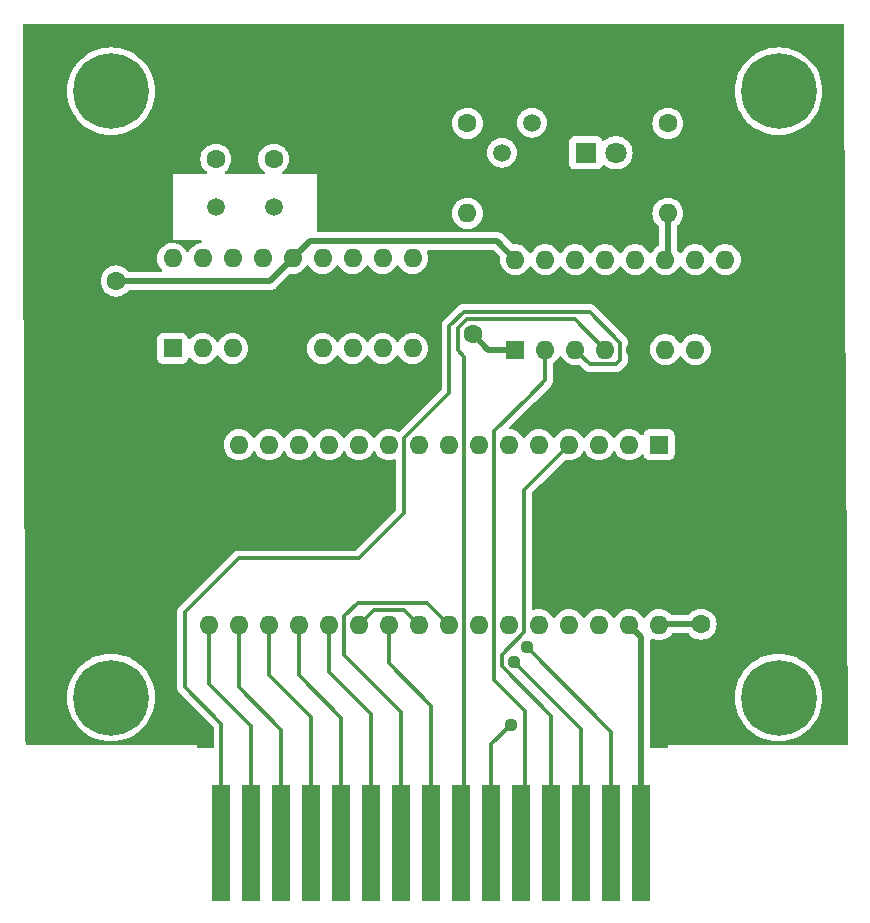
<source format=gbr>
%TF.GenerationSoftware,KiCad,Pcbnew,7.0.11-7.0.11~ubuntu22.04.1*%
%TF.CreationDate,2024-10-26T19:24:34-04:00*%
%TF.ProjectId,colecovision_multicart,636f6c65-636f-4766-9973-696f6e5f6d75,rev?*%
%TF.SameCoordinates,Original*%
%TF.FileFunction,Copper,L1,Top*%
%TF.FilePolarity,Positive*%
%FSLAX46Y46*%
G04 Gerber Fmt 4.6, Leading zero omitted, Abs format (unit mm)*
G04 Created by KiCad (PCBNEW 7.0.11-7.0.11~ubuntu22.04.1) date 2024-10-26 19:24:34*
%MOMM*%
%LPD*%
G01*
G04 APERTURE LIST*
%TA.AperFunction,ComponentPad*%
%ADD10C,1.600000*%
%TD*%
%TA.AperFunction,ComponentPad*%
%ADD11C,6.400000*%
%TD*%
%TA.AperFunction,ComponentPad*%
%ADD12R,1.500000X1.500000*%
%TD*%
%TA.AperFunction,ComponentPad*%
%ADD13C,1.500000*%
%TD*%
%TA.AperFunction,ComponentPad*%
%ADD14O,1.600000X1.600000*%
%TD*%
%TA.AperFunction,ComponentPad*%
%ADD15R,1.600000X1.600000*%
%TD*%
%TA.AperFunction,ConnectorPad*%
%ADD16R,1.524000X9.906000*%
%TD*%
%TA.AperFunction,ComponentPad*%
%ADD17R,1.800000X1.800000*%
%TD*%
%TA.AperFunction,ComponentPad*%
%ADD18C,1.800000*%
%TD*%
%TA.AperFunction,ViaPad*%
%ADD19C,1.117600*%
%TD*%
%TA.AperFunction,Conductor*%
%ADD20C,0.508000*%
%TD*%
%TA.AperFunction,Conductor*%
%ADD21C,0.304800*%
%TD*%
G04 APERTURE END LIST*
D10*
%TO.P,C4,1*%
%TO.N,GNDD*%
X126629375Y-66967000D03*
%TO.P,C4,2*%
%TO.N,Net-(U3-CLKOUT{slash}OSC2{slash}RA6)*%
X124129375Y-66967000D03*
%TD*%
%TO.P,C1,1*%
%TO.N,+5V*%
X160324800Y-106335200D03*
%TO.P,C1,2*%
%TO.N,GNDD*%
X160324800Y-101335200D03*
%TD*%
%TO.P,C2,1*%
%TO.N,+5V*%
X110794800Y-77281400D03*
%TO.P,C2,2*%
%TO.N,GNDD*%
X110794800Y-82281400D03*
%TD*%
D11*
%TO.P,H2,1*%
%TO.N,N/C*%
X166878000Y-61214000D03*
%TD*%
D12*
%TO.P,Q1,1,E*%
%TO.N,GNDD*%
X146007200Y-68961000D03*
D13*
%TO.P,Q1,2,B*%
%TO.N,Net-(Q1-B)*%
X143467200Y-66421000D03*
%TO.P,Q1,3,C*%
%TO.N,Net-(D1-K)*%
X146007200Y-63881000D03*
%TD*%
D10*
%TO.P,R1,1*%
%TO.N,Net-(Q1-B)*%
X140538200Y-63931800D03*
D14*
%TO.P,R1,2*%
%TO.N,Net-(U3-RB7{slash}T1OSI{slash}PGD)*%
X140538200Y-71551800D03*
%TD*%
D10*
%TO.P,C5,1*%
%TO.N,Net-(U3-CLKIN{slash}OSC1{slash}RA7)*%
X119243375Y-66967000D03*
%TO.P,C5,2*%
%TO.N,GNDD*%
X116743375Y-66967000D03*
%TD*%
%TO.P,R2,1*%
%TO.N,Net-(D1-A)*%
X157505400Y-63931800D03*
D14*
%TO.P,R2,2*%
%TO.N,+5V*%
X157505400Y-71551800D03*
%TD*%
D15*
%TO.P,U2,1,A18*%
%TO.N,Net-(U2-A18)*%
X156768800Y-91135200D03*
D14*
%TO.P,U2,2,A16*%
%TO.N,Net-(U2-A16)*%
X154228800Y-91135200D03*
%TO.P,U2,3,A15*%
%TO.N,Net-(U2-A15)*%
X151688800Y-91135200D03*
%TO.P,U2,4,A12*%
%TO.N,/A12*%
X149148800Y-91135200D03*
%TO.P,U2,5,A7*%
%TO.N,/A7*%
X146608800Y-91135200D03*
%TO.P,U2,6,A6*%
%TO.N,/A6*%
X144068800Y-91135200D03*
%TO.P,U2,7,A5*%
%TO.N,/A5*%
X141528800Y-91135200D03*
%TO.P,U2,8,A4*%
%TO.N,/A4*%
X138988800Y-91135200D03*
%TO.P,U2,9,A3*%
%TO.N,/A3*%
X136448800Y-91135200D03*
%TO.P,U2,10,A2*%
%TO.N,/A2*%
X133908800Y-91135200D03*
%TO.P,U2,11,A1*%
%TO.N,/A1*%
X131368800Y-91135200D03*
%TO.P,U2,12,A0*%
%TO.N,/A0*%
X128828800Y-91135200D03*
%TO.P,U2,13,D0*%
%TO.N,/D0*%
X126288800Y-91135200D03*
%TO.P,U2,14,D1*%
%TO.N,/D1*%
X123748800Y-91135200D03*
%TO.P,U2,15,D2*%
%TO.N,/D2*%
X121208800Y-91135200D03*
%TO.P,U2,16,GND*%
%TO.N,GNDD*%
X118668800Y-91135200D03*
%TO.P,U2,17,D3*%
%TO.N,/D3*%
X118668800Y-106375200D03*
%TO.P,U2,18,D4*%
%TO.N,/D4*%
X121208800Y-106375200D03*
%TO.P,U2,19,D5*%
%TO.N,/D5*%
X123748800Y-106375200D03*
%TO.P,U2,20,D6*%
%TO.N,/D6*%
X126288800Y-106375200D03*
%TO.P,U2,21,D7*%
%TO.N,/D7*%
X128828800Y-106375200D03*
%TO.P,U2,22,CE*%
%TO.N,Net-(U1-GS)*%
X131368800Y-106375200D03*
%TO.P,U2,23,A10*%
%TO.N,/A10*%
X133908800Y-106375200D03*
%TO.P,U2,24,OE*%
%TO.N,Net-(U1-GS)*%
X136448800Y-106375200D03*
%TO.P,U2,25,A11*%
%TO.N,/A11*%
X138988800Y-106375200D03*
%TO.P,U2,26,A9*%
%TO.N,/A9*%
X141528800Y-106375200D03*
%TO.P,U2,27,A8*%
%TO.N,/A8*%
X144068800Y-106375200D03*
%TO.P,U2,28,A13*%
%TO.N,/A13*%
X146608800Y-106375200D03*
%TO.P,U2,29,A14*%
%TO.N,/A14*%
X149148800Y-106375200D03*
%TO.P,U2,30,A17*%
%TO.N,Net-(U2-A17)*%
X151688800Y-106375200D03*
%TO.P,U2,31,PGM*%
%TO.N,+5V*%
X154228800Y-106375200D03*
%TO.P,U2,32,VCC*%
X156768800Y-106375200D03*
%TD*%
D11*
%TO.P,H4,1*%
%TO.N,N/C*%
X166878000Y-112547400D03*
%TD*%
D10*
%TO.P,C3,1*%
%TO.N,+5V*%
X140970000Y-81783400D03*
%TO.P,C3,2*%
%TO.N,GNDD*%
X140970000Y-76783400D03*
%TD*%
D16*
%TO.P,J1,2,Pin_2*%
%TO.N,/~{CS_hC000}*%
X119705000Y-124824000D03*
%TO.P,J1,4,Pin_4*%
%TO.N,/D3*%
X122245000Y-124824000D03*
%TO.P,J1,6,Pin_6*%
%TO.N,/D4*%
X124785000Y-124824000D03*
%TO.P,J1,8,Pin_8*%
%TO.N,/D5*%
X127325000Y-124824000D03*
%TO.P,J1,10,Pin_10*%
%TO.N,/D6*%
X129865000Y-124824000D03*
%TO.P,J1,12,Pin_12*%
%TO.N,/D7*%
X132405000Y-124824000D03*
%TO.P,J1,14,Pin_14*%
%TO.N,/A11*%
X134945000Y-124824000D03*
%TO.P,J1,16,Pin_16*%
%TO.N,/A10*%
X137485000Y-124824000D03*
%TO.P,J1,18,Pin_18*%
%TO.N,/~{CS_h8000}*%
X140025000Y-124824000D03*
%TO.P,J1,20,Pin_20*%
%TO.N,/A14*%
X142565000Y-124824000D03*
%TO.P,J1,22,Pin_22*%
%TO.N,/~{CS_hA000}*%
X145105000Y-124824000D03*
%TO.P,J1,24,Pin_24*%
%TO.N,/A12*%
X147645000Y-124824000D03*
%TO.P,J1,26,Pin_26*%
%TO.N,/A9*%
X150185000Y-124824000D03*
%TO.P,J1,28,Pin_28*%
%TO.N,/A8*%
X152725000Y-124824000D03*
%TO.P,J1,30,Pin_30*%
%TO.N,+5V*%
X155265000Y-124824000D03*
%TD*%
D11*
%TO.P,H1,1*%
%TO.N,N/C*%
X110363000Y-61214000D03*
%TD*%
D17*
%TO.P,D1,1,K*%
%TO.N,Net-(D1-K)*%
X150566200Y-66421000D03*
D18*
%TO.P,D1,2,A*%
%TO.N,Net-(D1-A)*%
X153106200Y-66421000D03*
%TD*%
D11*
%TO.P,H3,1*%
%TO.N,N/C*%
X110363000Y-112547400D03*
%TD*%
D15*
%TO.P,U3,1,Vref/AN2/RA2*%
%TO.N,/A2*%
X115569975Y-82994400D03*
D14*
%TO.P,U3,2,CMP1/AN3/RA3*%
%TO.N,/A3*%
X118109975Y-82994400D03*
%TO.P,U3,3,TOCKI/CMP2/RA4*%
%TO.N,/~{CS_hE000}*%
X120649975Y-82994400D03*
%TO.P,U3,4,~{MCLR}/Vpp/RA5*%
%TO.N,GNDD*%
X123189975Y-82994400D03*
%TO.P,U3,5,VSS*%
X125729975Y-82994400D03*
%TO.P,U3,6,RB0/INT*%
%TO.N,Net-(U2-A15)*%
X128269975Y-82994400D03*
%TO.P,U3,7,RB1/RX/DT*%
%TO.N,Net-(U2-A16)*%
X130809975Y-82994400D03*
%TO.P,U3,8,RB2/TX/CK*%
%TO.N,Net-(U2-A17)*%
X133349975Y-82994400D03*
%TO.P,U3,9,RB3/CCP1*%
%TO.N,Net-(U2-A18)*%
X135889975Y-82994400D03*
%TO.P,U3,10,RB4/PGM*%
%TO.N,unconnected-(U3-RB4{slash}PGM-Pad10)*%
X135889975Y-75374400D03*
%TO.P,U3,11,RB5*%
%TO.N,unconnected-(U3-RB5-Pad11)*%
X133349975Y-75374400D03*
%TO.P,U3,12,RB6/T1OSC0/T1CKI/PGC*%
%TO.N,unconnected-(U3-RB6{slash}T1OSC0{slash}T1CKI{slash}PGC-Pad12)*%
X130809975Y-75374400D03*
%TO.P,U3,13,RB7/T1OSI/PGD*%
%TO.N,Net-(U3-RB7{slash}T1OSI{slash}PGD)*%
X128269975Y-75374400D03*
%TO.P,U3,14,VDD*%
%TO.N,+5V*%
X125729975Y-75374400D03*
%TO.P,U3,15,CLKOUT/OSC2/RA6*%
%TO.N,Net-(U3-CLKOUT{slash}OSC2{slash}RA6)*%
X123189975Y-75374400D03*
%TO.P,U3,16,CLKIN/OSC1/RA7*%
%TO.N,Net-(U3-CLKIN{slash}OSC1{slash}RA7)*%
X120649975Y-75374400D03*
%TO.P,U3,17,AN0/RA0*%
%TO.N,/A0*%
X118109975Y-75374400D03*
%TO.P,U3,18,AN1/RA1*%
%TO.N,/A1*%
X115569975Y-75374400D03*
%TD*%
D15*
%TO.P,U1,1,I4*%
%TO.N,+5V*%
X144602200Y-83083400D03*
D14*
%TO.P,U1,2,I5*%
%TO.N,/~{CS_hA000}*%
X147142200Y-83083400D03*
%TO.P,U1,3,I6*%
%TO.N,/~{CS_hC000}*%
X149682200Y-83083400D03*
%TO.P,U1,4,I7*%
%TO.N,/~{CS_h8000}*%
X152222200Y-83083400D03*
%TO.P,U1,5,EI*%
%TO.N,GNDD*%
X154762200Y-83083400D03*
%TO.P,U1,6,S2*%
%TO.N,unconnected-(U1-S2-Pad6)*%
X157302200Y-83083400D03*
%TO.P,U1,7,S1*%
%TO.N,unconnected-(U1-S1-Pad7)*%
X159842200Y-83083400D03*
%TO.P,U1,8,GND*%
%TO.N,GNDD*%
X162382200Y-83083400D03*
%TO.P,U1,9,S0*%
%TO.N,unconnected-(U1-S0-Pad9)*%
X162382200Y-75463400D03*
%TO.P,U1,10,IO*%
%TO.N,/~{CS_hE000}*%
X159842200Y-75463400D03*
%TO.P,U1,11,I1*%
%TO.N,+5V*%
X157302200Y-75463400D03*
%TO.P,U1,12,I2*%
X154762200Y-75463400D03*
%TO.P,U1,13,I3*%
X152222200Y-75463400D03*
%TO.P,U1,14,GS*%
%TO.N,Net-(U1-GS)*%
X149682200Y-75463400D03*
%TO.P,U1,15,EO*%
%TO.N,unconnected-(U1-EO-Pad15)*%
X147142200Y-75463400D03*
%TO.P,U1,16,VCC*%
%TO.N,+5V*%
X144602200Y-75463400D03*
%TD*%
D13*
%TO.P,Y1,1,1*%
%TO.N,Net-(U3-CLKOUT{slash}OSC2{slash}RA6)*%
X124163375Y-71031000D03*
%TO.P,Y1,2,2*%
%TO.N,Net-(U3-CLKIN{slash}OSC1{slash}RA7)*%
X119283375Y-71031000D03*
%TD*%
D19*
%TO.N,/A14*%
X144195800Y-114833400D03*
%TO.N,/A9*%
X144475200Y-109524800D03*
%TO.N,/A8*%
X145592800Y-108305600D03*
%TD*%
D20*
%TO.N,+5V*%
X144602200Y-75463400D02*
X143052800Y-73914000D01*
X123822975Y-77281400D02*
X125729975Y-75374400D01*
X157505400Y-75260200D02*
X157302200Y-75463400D01*
X157505400Y-71551800D02*
X157505400Y-75260200D01*
X144602200Y-83083400D02*
X142270000Y-83083400D01*
X127190375Y-73914000D02*
X125729975Y-75374400D01*
X160324800Y-106335200D02*
X156808800Y-106335200D01*
X156808800Y-106335200D02*
X156768800Y-106375200D01*
X110794800Y-77281400D02*
X123822975Y-77281400D01*
X143052800Y-73914000D02*
X127190375Y-73914000D01*
X142270000Y-83083400D02*
X140970000Y-81783400D01*
X155265000Y-124824000D02*
X155265000Y-107411400D01*
X155265000Y-107411400D02*
X154228800Y-106375200D01*
D21*
%TO.N,/~{CS_hC000}*%
X135166000Y-90614450D02*
X135166000Y-96964600D01*
X131368800Y-100761800D02*
X121183400Y-100761800D01*
X153492200Y-82499200D02*
X150876000Y-79883000D01*
X153098550Y-84340600D02*
X153492200Y-83946950D01*
X121183400Y-100761800D02*
X116611400Y-105333800D01*
X153492200Y-83946950D02*
X153492200Y-82499200D01*
X116611400Y-111668800D02*
X119705000Y-114762400D01*
X119705000Y-114762400D02*
X119705000Y-124824000D01*
X140230345Y-79883000D02*
X139014200Y-81099145D01*
X135166000Y-96964600D02*
X131368800Y-100761800D01*
X116611400Y-105333800D02*
X116611400Y-111668800D01*
X149682200Y-83083400D02*
X150939400Y-84340600D01*
X150939400Y-84340600D02*
X153098550Y-84340600D01*
X139014200Y-86766250D02*
X135166000Y-90614450D01*
X139014200Y-81099145D02*
X139014200Y-86766250D01*
X150876000Y-79883000D02*
X140230345Y-79883000D01*
%TO.N,/D3*%
X122245000Y-114955200D02*
X122245000Y-124824000D01*
X118668800Y-111379000D02*
X122245000Y-114955200D01*
X118668800Y-106375200D02*
X118668800Y-111379000D01*
%TO.N,/D4*%
X121208800Y-111683800D02*
X121208800Y-106375200D01*
X124785000Y-115260000D02*
X121208800Y-111683800D01*
X124785000Y-124824000D02*
X124785000Y-115260000D01*
%TO.N,/D5*%
X127325000Y-114193200D02*
X127325000Y-124824000D01*
X123748800Y-110617000D02*
X127325000Y-114193200D01*
X123748800Y-106375200D02*
X123748800Y-110617000D01*
%TO.N,/D6*%
X129865000Y-124824000D02*
X129865000Y-120633000D01*
X129870200Y-120627800D02*
X129870200Y-114274600D01*
X129870200Y-114274600D02*
X126441200Y-110845600D01*
X129865000Y-120633000D02*
X129870200Y-120627800D01*
X126288800Y-110642400D02*
X126288800Y-106375200D01*
X126441200Y-110845600D02*
X126441200Y-110794800D01*
X126441200Y-110794800D02*
X126288800Y-110642400D01*
%TO.N,/D7*%
X128828800Y-110363000D02*
X132405000Y-113939200D01*
X128828800Y-106375200D02*
X128828800Y-110363000D01*
X132405000Y-113939200D02*
X132405000Y-124824000D01*
%TO.N,/A11*%
X134945000Y-124824000D02*
X134945000Y-113812200D01*
X130073400Y-108940600D02*
X130086000Y-108928000D01*
X130086000Y-108928000D02*
X130086000Y-105676800D01*
X134945000Y-113812200D02*
X130073400Y-108940600D01*
X131254400Y-104508400D02*
X137122000Y-104508400D01*
X137122000Y-104508400D02*
X138988800Y-106375200D01*
X130086000Y-105676800D02*
X131254400Y-104508400D01*
%TO.N,/A10*%
X137485000Y-113228000D02*
X133908800Y-109651800D01*
X133908800Y-109651800D02*
X133908800Y-106375200D01*
X137485000Y-124824000D02*
X137485000Y-113228000D01*
%TO.N,/~{CS_h8000}*%
X149631400Y-80492600D02*
X152222200Y-83083400D01*
X140258800Y-83693000D02*
X139712800Y-83147000D01*
X140482850Y-80492600D02*
X149631400Y-80492600D01*
X140258800Y-124590200D02*
X140258800Y-83693000D01*
X140025000Y-124824000D02*
X140258800Y-124590200D01*
X139712800Y-83147000D02*
X139712800Y-81262650D01*
X139712800Y-81262650D02*
X140482850Y-80492600D01*
%TO.N,/A14*%
X144195800Y-114833400D02*
X142565000Y-116464200D01*
X142565000Y-116464200D02*
X142565000Y-124824000D01*
%TO.N,/~{CS_hA000}*%
X145415000Y-124514000D02*
X145415000Y-113715800D01*
X147142200Y-85648800D02*
X147142200Y-83083400D01*
X145719800Y-87071200D02*
X147142200Y-85648800D01*
X142748000Y-106933950D02*
X142786000Y-106895950D01*
X142748000Y-111048800D02*
X142748000Y-106933950D01*
X142786000Y-106895950D02*
X142786000Y-90005000D01*
X145105000Y-124824000D02*
X145415000Y-124514000D01*
X145415000Y-113715800D02*
X142748000Y-111048800D01*
X142786000Y-90005000D02*
X145719800Y-87071200D01*
%TO.N,/A12*%
X143433800Y-108915200D02*
X145339220Y-107009780D01*
X143433800Y-109920241D02*
X143433800Y-108915200D01*
X147645000Y-124824000D02*
X147645000Y-114131441D01*
X145339220Y-94944780D02*
X149148800Y-91135200D01*
X147645000Y-114131441D02*
X143433800Y-109920241D01*
X145339220Y-107009780D02*
X145339220Y-94944780D01*
%TO.N,/A9*%
X150185000Y-115234600D02*
X150185000Y-124824000D01*
X144475200Y-109524800D02*
X150185000Y-115234600D01*
%TO.N,/A8*%
X145592800Y-108305600D02*
X152725000Y-115437800D01*
X152725000Y-115437800D02*
X152725000Y-124824000D01*
%TO.N,Net-(U1-GS)*%
X135191600Y-105118000D02*
X136448800Y-106375200D01*
X131368800Y-106375200D02*
X132626000Y-105118000D01*
X132626000Y-105118000D02*
X135191600Y-105118000D01*
%TD*%
%TA.AperFunction,Conductor*%
%TO.N,GNDD*%
G36*
X172392976Y-55519002D02*
G01*
X172439469Y-55572658D01*
X172450853Y-55624443D01*
X172543893Y-76697684D01*
X172719441Y-116459444D01*
X172699740Y-116527652D01*
X172646290Y-116574381D01*
X172593442Y-116586000D01*
X157480000Y-116586000D01*
X157480000Y-116714000D01*
X157459998Y-116782121D01*
X157406342Y-116828614D01*
X157354000Y-116840000D01*
X156153500Y-116840000D01*
X156085379Y-116819998D01*
X156038886Y-116766342D01*
X156027500Y-116714000D01*
X156027500Y-112547406D01*
X163164411Y-112547406D01*
X163184752Y-112935567D01*
X163245561Y-113319497D01*
X163346168Y-113694968D01*
X163485463Y-114057843D01*
X163485467Y-114057851D01*
X163485468Y-114057853D01*
X163597762Y-114278243D01*
X163661938Y-114404195D01*
X163873637Y-114730185D01*
X163873649Y-114730202D01*
X164118253Y-115032262D01*
X164118267Y-115032277D01*
X164393122Y-115307132D01*
X164393137Y-115307146D01*
X164695197Y-115551750D01*
X164695214Y-115551762D01*
X164879185Y-115671233D01*
X165021205Y-115763462D01*
X165367547Y-115939932D01*
X165367551Y-115939933D01*
X165367556Y-115939936D01*
X165730431Y-116079231D01*
X165730436Y-116079232D01*
X165730438Y-116079233D01*
X166105901Y-116179838D01*
X166489824Y-116240646D01*
X166489826Y-116240646D01*
X166489832Y-116240647D01*
X166877994Y-116260989D01*
X166878000Y-116260989D01*
X166878006Y-116260989D01*
X167266167Y-116240647D01*
X167266171Y-116240646D01*
X167266176Y-116240646D01*
X167650099Y-116179838D01*
X168025562Y-116079233D01*
X168025565Y-116079231D01*
X168025568Y-116079231D01*
X168388443Y-115939936D01*
X168388444Y-115939935D01*
X168388453Y-115939932D01*
X168734795Y-115763462D01*
X169060793Y-115551757D01*
X169060802Y-115551750D01*
X169362862Y-115307146D01*
X169362867Y-115307140D01*
X169362876Y-115307134D01*
X169637734Y-115032276D01*
X169637740Y-115032267D01*
X169637746Y-115032262D01*
X169882350Y-114730202D01*
X169882351Y-114730199D01*
X169882357Y-114730193D01*
X170094062Y-114404195D01*
X170270532Y-114057853D01*
X170283125Y-114025047D01*
X170409831Y-113694968D01*
X170411258Y-113689644D01*
X170510438Y-113319499D01*
X170571246Y-112935576D01*
X170571246Y-112935571D01*
X170571247Y-112935567D01*
X170591589Y-112547406D01*
X170591589Y-112547393D01*
X170571247Y-112159232D01*
X170563493Y-112110278D01*
X170510438Y-111775301D01*
X170409833Y-111399838D01*
X170409832Y-111399836D01*
X170409831Y-111399831D01*
X170270536Y-111036956D01*
X170270532Y-111036948D01*
X170270532Y-111036947D01*
X170094062Y-110690606D01*
X169882357Y-110364607D01*
X169882354Y-110364603D01*
X169882352Y-110364600D01*
X169637746Y-110062537D01*
X169637732Y-110062522D01*
X169362877Y-109787667D01*
X169362862Y-109787653D01*
X169060802Y-109543049D01*
X169060785Y-109543037D01*
X168734795Y-109331338D01*
X168388451Y-109154867D01*
X168388443Y-109154863D01*
X168025568Y-109015568D01*
X167650097Y-108914961D01*
X167266167Y-108854152D01*
X166878006Y-108833811D01*
X166877994Y-108833811D01*
X166489832Y-108854152D01*
X166105902Y-108914961D01*
X165730431Y-109015568D01*
X165367556Y-109154863D01*
X165367548Y-109154867D01*
X165021205Y-109331338D01*
X164695203Y-109543045D01*
X164695200Y-109543047D01*
X164393137Y-109787653D01*
X164393122Y-109787667D01*
X164118267Y-110062522D01*
X164118253Y-110062537D01*
X163873647Y-110364600D01*
X163873645Y-110364603D01*
X163661938Y-110690605D01*
X163485467Y-111036948D01*
X163485463Y-111036956D01*
X163346168Y-111399831D01*
X163245561Y-111775302D01*
X163184752Y-112159232D01*
X163164411Y-112547393D01*
X163164411Y-112547406D01*
X156027500Y-112547406D01*
X156027500Y-107671076D01*
X156047502Y-107602955D01*
X156101158Y-107556462D01*
X156171432Y-107546358D01*
X156206746Y-107556879D01*
X156319557Y-107609484D01*
X156540713Y-107668743D01*
X156768800Y-107688698D01*
X156996887Y-107668743D01*
X157218043Y-107609484D01*
X157425549Y-107512723D01*
X157613100Y-107381398D01*
X157774998Y-107219500D01*
X157822662Y-107151428D01*
X157878119Y-107107101D01*
X157925875Y-107097700D01*
X159195733Y-107097700D01*
X159263854Y-107117702D01*
X159298946Y-107151429D01*
X159318602Y-107179500D01*
X159480500Y-107341398D01*
X159668051Y-107472723D01*
X159875557Y-107569484D01*
X160096713Y-107628743D01*
X160324800Y-107648698D01*
X160552887Y-107628743D01*
X160774043Y-107569484D01*
X160981549Y-107472723D01*
X161169100Y-107341398D01*
X161330998Y-107179500D01*
X161462323Y-106991949D01*
X161559084Y-106784443D01*
X161618343Y-106563287D01*
X161638298Y-106335200D01*
X161618343Y-106107113D01*
X161559084Y-105885957D01*
X161462323Y-105678451D01*
X161330998Y-105490900D01*
X161169100Y-105329002D01*
X161118539Y-105293599D01*
X160981549Y-105197677D01*
X160774046Y-105100917D01*
X160774040Y-105100915D01*
X160627695Y-105061702D01*
X160552887Y-105041657D01*
X160324800Y-105021702D01*
X160096713Y-105041657D01*
X159875559Y-105100915D01*
X159875553Y-105100917D01*
X159668050Y-105197677D01*
X159480503Y-105328999D01*
X159480497Y-105329004D01*
X159318604Y-105490897D01*
X159318599Y-105490904D01*
X159298946Y-105518971D01*
X159243488Y-105563300D01*
X159195733Y-105572700D01*
X157868827Y-105572700D01*
X157800706Y-105552698D01*
X157779581Y-105534096D01*
X157778888Y-105534790D01*
X157734995Y-105490897D01*
X157613100Y-105369002D01*
X157425549Y-105237677D01*
X157407258Y-105229148D01*
X157218046Y-105140917D01*
X157218040Y-105140915D01*
X157124571Y-105115870D01*
X156996887Y-105081657D01*
X156768800Y-105061702D01*
X156540713Y-105081657D01*
X156319559Y-105140915D01*
X156319553Y-105140917D01*
X156112050Y-105237677D01*
X155924503Y-105368999D01*
X155924497Y-105369004D01*
X155762604Y-105530897D01*
X155762599Y-105530903D01*
X155631277Y-105718450D01*
X155612995Y-105757657D01*
X155566078Y-105810942D01*
X155497801Y-105830403D01*
X155429841Y-105809861D01*
X155384605Y-105757657D01*
X155382694Y-105753559D01*
X155366323Y-105718451D01*
X155234998Y-105530900D01*
X155073100Y-105369002D01*
X154885549Y-105237677D01*
X154867258Y-105229148D01*
X154678046Y-105140917D01*
X154678040Y-105140915D01*
X154584571Y-105115870D01*
X154456887Y-105081657D01*
X154228800Y-105061702D01*
X154000713Y-105081657D01*
X153779559Y-105140915D01*
X153779553Y-105140917D01*
X153572050Y-105237677D01*
X153384503Y-105368999D01*
X153384497Y-105369004D01*
X153222604Y-105530897D01*
X153222599Y-105530903D01*
X153091277Y-105718450D01*
X153072995Y-105757657D01*
X153026078Y-105810942D01*
X152957801Y-105830403D01*
X152889841Y-105809861D01*
X152844605Y-105757657D01*
X152842694Y-105753559D01*
X152826323Y-105718451D01*
X152694998Y-105530900D01*
X152533100Y-105369002D01*
X152345549Y-105237677D01*
X152327258Y-105229148D01*
X152138046Y-105140917D01*
X152138040Y-105140915D01*
X152044571Y-105115870D01*
X151916887Y-105081657D01*
X151688800Y-105061702D01*
X151460713Y-105081657D01*
X151239559Y-105140915D01*
X151239553Y-105140917D01*
X151032050Y-105237677D01*
X150844503Y-105368999D01*
X150844497Y-105369004D01*
X150682604Y-105530897D01*
X150682599Y-105530903D01*
X150551277Y-105718450D01*
X150532995Y-105757657D01*
X150486078Y-105810942D01*
X150417801Y-105830403D01*
X150349841Y-105809861D01*
X150304605Y-105757657D01*
X150302694Y-105753559D01*
X150286323Y-105718451D01*
X150154998Y-105530900D01*
X149993100Y-105369002D01*
X149805549Y-105237677D01*
X149787258Y-105229148D01*
X149598046Y-105140917D01*
X149598040Y-105140915D01*
X149504571Y-105115870D01*
X149376887Y-105081657D01*
X149148800Y-105061702D01*
X148920713Y-105081657D01*
X148699559Y-105140915D01*
X148699553Y-105140917D01*
X148492050Y-105237677D01*
X148304503Y-105368999D01*
X148304497Y-105369004D01*
X148142604Y-105530897D01*
X148142599Y-105530903D01*
X148011277Y-105718450D01*
X147992995Y-105757657D01*
X147946078Y-105810942D01*
X147877801Y-105830403D01*
X147809841Y-105809861D01*
X147764605Y-105757657D01*
X147762694Y-105753559D01*
X147746323Y-105718451D01*
X147614998Y-105530900D01*
X147453100Y-105369002D01*
X147265549Y-105237677D01*
X147247258Y-105229148D01*
X147058046Y-105140917D01*
X147058040Y-105140915D01*
X146964571Y-105115870D01*
X146836887Y-105081657D01*
X146608800Y-105061702D01*
X146380713Y-105081657D01*
X146158731Y-105141137D01*
X146087754Y-105139447D01*
X146028959Y-105099653D01*
X146001011Y-105034388D01*
X146000120Y-105019430D01*
X146000120Y-95270723D01*
X146020122Y-95202602D01*
X146037025Y-95181628D01*
X146758029Y-94460624D01*
X148766114Y-92452538D01*
X148828424Y-92418514D01*
X148887814Y-92419927D01*
X148920713Y-92428743D01*
X149148800Y-92448698D01*
X149376887Y-92428743D01*
X149598043Y-92369484D01*
X149805549Y-92272723D01*
X149993100Y-92141398D01*
X150154998Y-91979500D01*
X150286323Y-91791949D01*
X150304605Y-91752743D01*
X150351521Y-91699458D01*
X150419798Y-91679996D01*
X150487758Y-91700537D01*
X150532995Y-91752743D01*
X150551277Y-91791949D01*
X150682602Y-91979500D01*
X150844500Y-92141398D01*
X151032051Y-92272723D01*
X151239557Y-92369484D01*
X151460713Y-92428743D01*
X151688800Y-92448698D01*
X151916887Y-92428743D01*
X152138043Y-92369484D01*
X152345549Y-92272723D01*
X152533100Y-92141398D01*
X152694998Y-91979500D01*
X152826323Y-91791949D01*
X152844605Y-91752743D01*
X152891521Y-91699458D01*
X152959798Y-91679996D01*
X153027758Y-91700537D01*
X153072995Y-91752743D01*
X153091277Y-91791949D01*
X153222602Y-91979500D01*
X153384500Y-92141398D01*
X153572051Y-92272723D01*
X153779557Y-92369484D01*
X154000713Y-92428743D01*
X154228800Y-92448698D01*
X154456887Y-92428743D01*
X154678043Y-92369484D01*
X154885549Y-92272723D01*
X155073100Y-92141398D01*
X155234998Y-91979500D01*
X155237306Y-91976204D01*
X155292761Y-91931873D01*
X155363380Y-91924561D01*
X155426742Y-91956589D01*
X155462729Y-92017788D01*
X155465800Y-92035002D01*
X155466809Y-92044396D01*
X155466811Y-92044404D01*
X155517910Y-92181402D01*
X155517912Y-92181407D01*
X155605538Y-92298461D01*
X155722592Y-92386087D01*
X155722594Y-92386088D01*
X155722596Y-92386089D01*
X155781675Y-92408124D01*
X155859595Y-92437188D01*
X155859603Y-92437190D01*
X155920150Y-92443699D01*
X155920155Y-92443699D01*
X155920162Y-92443700D01*
X155920168Y-92443700D01*
X157617432Y-92443700D01*
X157617438Y-92443700D01*
X157617445Y-92443699D01*
X157617449Y-92443699D01*
X157677996Y-92437190D01*
X157677999Y-92437189D01*
X157678001Y-92437189D01*
X157815004Y-92386089D01*
X157833860Y-92371974D01*
X157932061Y-92298461D01*
X158019687Y-92181407D01*
X158019687Y-92181406D01*
X158019689Y-92181404D01*
X158070789Y-92044401D01*
X158071800Y-92035002D01*
X158077299Y-91983849D01*
X158077300Y-91983832D01*
X158077300Y-90286567D01*
X158077299Y-90286550D01*
X158070790Y-90226003D01*
X158070788Y-90225995D01*
X158034611Y-90129004D01*
X158019689Y-90088996D01*
X158019688Y-90088994D01*
X158019687Y-90088992D01*
X157932061Y-89971938D01*
X157815007Y-89884312D01*
X157815002Y-89884310D01*
X157678004Y-89833211D01*
X157677996Y-89833209D01*
X157617449Y-89826700D01*
X157617438Y-89826700D01*
X155920162Y-89826700D01*
X155920150Y-89826700D01*
X155859603Y-89833209D01*
X155859595Y-89833211D01*
X155722597Y-89884310D01*
X155722592Y-89884312D01*
X155605538Y-89971938D01*
X155517912Y-90088992D01*
X155517910Y-90088997D01*
X155466811Y-90225995D01*
X155466809Y-90226003D01*
X155465800Y-90235397D01*
X155438631Y-90300990D01*
X155380313Y-90341481D01*
X155309362Y-90344015D01*
X155248304Y-90307788D01*
X155237310Y-90294201D01*
X155235003Y-90290906D01*
X155234995Y-90290897D01*
X155073102Y-90129004D01*
X155073096Y-90128999D01*
X154885549Y-89997677D01*
X154678046Y-89900917D01*
X154678040Y-89900915D01*
X154524466Y-89859765D01*
X154456887Y-89841657D01*
X154228800Y-89821702D01*
X154000713Y-89841657D01*
X153779559Y-89900915D01*
X153779553Y-89900917D01*
X153572050Y-89997677D01*
X153384503Y-90128999D01*
X153384497Y-90129004D01*
X153222604Y-90290897D01*
X153222599Y-90290903D01*
X153091277Y-90478450D01*
X153072995Y-90517657D01*
X153026078Y-90570942D01*
X152957801Y-90590403D01*
X152889841Y-90569861D01*
X152844605Y-90517657D01*
X152842694Y-90513559D01*
X152826323Y-90478451D01*
X152694998Y-90290900D01*
X152533100Y-90129002D01*
X152511746Y-90114050D01*
X152345549Y-89997677D01*
X152138046Y-89900917D01*
X152138040Y-89900915D01*
X151984466Y-89859765D01*
X151916887Y-89841657D01*
X151688800Y-89821702D01*
X151460713Y-89841657D01*
X151239559Y-89900915D01*
X151239553Y-89900917D01*
X151032050Y-89997677D01*
X150844503Y-90128999D01*
X150844497Y-90129004D01*
X150682604Y-90290897D01*
X150682599Y-90290903D01*
X150551277Y-90478450D01*
X150532995Y-90517657D01*
X150486078Y-90570942D01*
X150417801Y-90590403D01*
X150349841Y-90569861D01*
X150304605Y-90517657D01*
X150302694Y-90513559D01*
X150286323Y-90478451D01*
X150154998Y-90290900D01*
X149993100Y-90129002D01*
X149971746Y-90114050D01*
X149805549Y-89997677D01*
X149598046Y-89900917D01*
X149598040Y-89900915D01*
X149444466Y-89859765D01*
X149376887Y-89841657D01*
X149148800Y-89821702D01*
X148920713Y-89841657D01*
X148699559Y-89900915D01*
X148699553Y-89900917D01*
X148492050Y-89997677D01*
X148304503Y-90128999D01*
X148304497Y-90129004D01*
X148142604Y-90290897D01*
X148142599Y-90290903D01*
X148011277Y-90478450D01*
X147992995Y-90517657D01*
X147946078Y-90570942D01*
X147877801Y-90590403D01*
X147809841Y-90569861D01*
X147764605Y-90517657D01*
X147762694Y-90513559D01*
X147746323Y-90478451D01*
X147614998Y-90290900D01*
X147453100Y-90129002D01*
X147431746Y-90114050D01*
X147265549Y-89997677D01*
X147058046Y-89900917D01*
X147058040Y-89900915D01*
X146904466Y-89859765D01*
X146836887Y-89841657D01*
X146608800Y-89821702D01*
X146380713Y-89841657D01*
X146159559Y-89900915D01*
X146159553Y-89900917D01*
X145952050Y-89997677D01*
X145764503Y-90128999D01*
X145764497Y-90129004D01*
X145602604Y-90290897D01*
X145602599Y-90290903D01*
X145471277Y-90478450D01*
X145452995Y-90517657D01*
X145406078Y-90570942D01*
X145337801Y-90590403D01*
X145269841Y-90569861D01*
X145224605Y-90517657D01*
X145222694Y-90513559D01*
X145206323Y-90478451D01*
X145074998Y-90290900D01*
X144913100Y-90129002D01*
X144891746Y-90114050D01*
X144725549Y-89997677D01*
X144518046Y-89900917D01*
X144518040Y-89900915D01*
X144451908Y-89883195D01*
X144296887Y-89841657D01*
X144296883Y-89841656D01*
X144296881Y-89841656D01*
X144186391Y-89831989D01*
X144120273Y-89806126D01*
X144078633Y-89748622D01*
X144074693Y-89677735D01*
X144108275Y-89617377D01*
X146215394Y-87510260D01*
X146215395Y-87510257D01*
X146220851Y-87504802D01*
X146220859Y-87504792D01*
X147592720Y-86132932D01*
X147598229Y-86127745D01*
X147640524Y-86090277D01*
X147672614Y-86043785D01*
X147677115Y-86037669D01*
X147711939Y-85993220D01*
X147715524Y-85985253D01*
X147726727Y-85965389D01*
X147731696Y-85958191D01*
X147751723Y-85905383D01*
X147754637Y-85898348D01*
X147777806Y-85846871D01*
X147777806Y-85846870D01*
X147777809Y-85846864D01*
X147779385Y-85838259D01*
X147785508Y-85816297D01*
X147788608Y-85808125D01*
X147795416Y-85752048D01*
X147796556Y-85744554D01*
X147806739Y-85688997D01*
X147803330Y-85632642D01*
X147803100Y-85625034D01*
X147803100Y-84283607D01*
X147823102Y-84215486D01*
X147856830Y-84180394D01*
X147919628Y-84136422D01*
X147986500Y-84089598D01*
X148148398Y-83927700D01*
X148279723Y-83740149D01*
X148298005Y-83700943D01*
X148344921Y-83647658D01*
X148413198Y-83628196D01*
X148481158Y-83648737D01*
X148526395Y-83700943D01*
X148544677Y-83740149D01*
X148676002Y-83927700D01*
X148837900Y-84089598D01*
X149025451Y-84220923D01*
X149232957Y-84317684D01*
X149454113Y-84376943D01*
X149682200Y-84396898D01*
X149910287Y-84376943D01*
X149943179Y-84368129D01*
X150014155Y-84369817D01*
X150064887Y-84400740D01*
X150455243Y-84791096D01*
X150460460Y-84796637D01*
X150497923Y-84838924D01*
X150544424Y-84871021D01*
X150550525Y-84875511D01*
X150550541Y-84875523D01*
X150594976Y-84910336D01*
X150594980Y-84910339D01*
X150602946Y-84913924D01*
X150622813Y-84925129D01*
X150630007Y-84930095D01*
X150630008Y-84930095D01*
X150630009Y-84930096D01*
X150682831Y-84950128D01*
X150689834Y-84953029D01*
X150741336Y-84976209D01*
X150749938Y-84977785D01*
X150771898Y-84983906D01*
X150780075Y-84987008D01*
X150836158Y-84993817D01*
X150843626Y-84994953D01*
X150899203Y-85005139D01*
X150955563Y-85001729D01*
X150963170Y-85001500D01*
X153074768Y-85001500D01*
X153082376Y-85001730D01*
X153138747Y-85005140D01*
X153194332Y-84994952D01*
X153201800Y-84993816D01*
X153257875Y-84987008D01*
X153266047Y-84983908D01*
X153288009Y-84977785D01*
X153296614Y-84976209D01*
X153348105Y-84953033D01*
X153355133Y-84950123D01*
X153369413Y-84944707D01*
X153407941Y-84930096D01*
X153415139Y-84925127D01*
X153435003Y-84913924D01*
X153442970Y-84910339D01*
X153487427Y-84875507D01*
X153493541Y-84871010D01*
X153540027Y-84838924D01*
X153577488Y-84796637D01*
X153582690Y-84791111D01*
X153942711Y-84431090D01*
X153948238Y-84425888D01*
X153990524Y-84388427D01*
X154022613Y-84341936D01*
X154027107Y-84335827D01*
X154061939Y-84291370D01*
X154065524Y-84283403D01*
X154076727Y-84263539D01*
X154081696Y-84256341D01*
X154101723Y-84203533D01*
X154104637Y-84196498D01*
X154127806Y-84145021D01*
X154127806Y-84145020D01*
X154127809Y-84145014D01*
X154129385Y-84136409D01*
X154135508Y-84114447D01*
X154138608Y-84106275D01*
X154145416Y-84050200D01*
X154146552Y-84042732D01*
X154156740Y-83987147D01*
X154153330Y-83930775D01*
X154153100Y-83923167D01*
X154153100Y-83083400D01*
X155988702Y-83083400D01*
X156008657Y-83311487D01*
X156026053Y-83376410D01*
X156067915Y-83532640D01*
X156067917Y-83532646D01*
X156164677Y-83740149D01*
X156279127Y-83903601D01*
X156296002Y-83927700D01*
X156457900Y-84089598D01*
X156645451Y-84220923D01*
X156852957Y-84317684D01*
X157074113Y-84376943D01*
X157302200Y-84396898D01*
X157530287Y-84376943D01*
X157751443Y-84317684D01*
X157958949Y-84220923D01*
X158146500Y-84089598D01*
X158308398Y-83927700D01*
X158439723Y-83740149D01*
X158458005Y-83700943D01*
X158504921Y-83647658D01*
X158573198Y-83628196D01*
X158641158Y-83648737D01*
X158686395Y-83700943D01*
X158704677Y-83740149D01*
X158836002Y-83927700D01*
X158997900Y-84089598D01*
X159185451Y-84220923D01*
X159392957Y-84317684D01*
X159614113Y-84376943D01*
X159842200Y-84396898D01*
X160070287Y-84376943D01*
X160291443Y-84317684D01*
X160498949Y-84220923D01*
X160686500Y-84089598D01*
X160848398Y-83927700D01*
X160979723Y-83740149D01*
X161076484Y-83532643D01*
X161135743Y-83311487D01*
X161155698Y-83083400D01*
X161135743Y-82855313D01*
X161076484Y-82634157D01*
X160979723Y-82426651D01*
X160848398Y-82239100D01*
X160686500Y-82077202D01*
X160635065Y-82041187D01*
X160498949Y-81945877D01*
X160291446Y-81849117D01*
X160291440Y-81849115D01*
X160184644Y-81820499D01*
X160070287Y-81789857D01*
X159842200Y-81769902D01*
X159614113Y-81789857D01*
X159392959Y-81849115D01*
X159392953Y-81849117D01*
X159185450Y-81945877D01*
X158997903Y-82077199D01*
X158997897Y-82077204D01*
X158836004Y-82239097D01*
X158835999Y-82239103D01*
X158704677Y-82426650D01*
X158686395Y-82465857D01*
X158639478Y-82519142D01*
X158571201Y-82538603D01*
X158503241Y-82518061D01*
X158458005Y-82465857D01*
X158454809Y-82459003D01*
X158439723Y-82426651D01*
X158308398Y-82239100D01*
X158146500Y-82077202D01*
X158095065Y-82041187D01*
X157958949Y-81945877D01*
X157751446Y-81849117D01*
X157751440Y-81849115D01*
X157644644Y-81820499D01*
X157530287Y-81789857D01*
X157302200Y-81769902D01*
X157074113Y-81789857D01*
X156852959Y-81849115D01*
X156852953Y-81849117D01*
X156645450Y-81945877D01*
X156457903Y-82077199D01*
X156457897Y-82077204D01*
X156296004Y-82239097D01*
X156295999Y-82239103D01*
X156164677Y-82426650D01*
X156067917Y-82634153D01*
X156067915Y-82634159D01*
X156032200Y-82767449D01*
X156008657Y-82855313D01*
X155988702Y-83083400D01*
X154153100Y-83083400D01*
X154153100Y-82522981D01*
X154153330Y-82515373D01*
X154156325Y-82465857D01*
X154156740Y-82459003D01*
X154146551Y-82403411D01*
X154145416Y-82395952D01*
X154138608Y-82339875D01*
X154135506Y-82331698D01*
X154129385Y-82309738D01*
X154127809Y-82301136D01*
X154104629Y-82249632D01*
X154101721Y-82242610D01*
X154081697Y-82189811D01*
X154081695Y-82189807D01*
X154076728Y-82182610D01*
X154065528Y-82162752D01*
X154061940Y-82154781D01*
X154027119Y-82110335D01*
X154022608Y-82104205D01*
X154009486Y-82085195D01*
X153990524Y-82057723D01*
X153948246Y-82020268D01*
X153942705Y-82015051D01*
X151360156Y-79432503D01*
X151354938Y-79426961D01*
X151354745Y-79426743D01*
X151317477Y-79384676D01*
X151270973Y-79352576D01*
X151264857Y-79348075D01*
X151220420Y-79313261D01*
X151212446Y-79309672D01*
X151192587Y-79298471D01*
X151185391Y-79293504D01*
X151185389Y-79293503D01*
X151132590Y-79273478D01*
X151125562Y-79270567D01*
X151074069Y-79247393D01*
X151074061Y-79247390D01*
X151068596Y-79246389D01*
X151065460Y-79245814D01*
X151043495Y-79239690D01*
X151035324Y-79236591D01*
X150979274Y-79229785D01*
X150971752Y-79228640D01*
X150916199Y-79218460D01*
X150916197Y-79218460D01*
X150863516Y-79221646D01*
X150859826Y-79221870D01*
X150852218Y-79222100D01*
X140254127Y-79222100D01*
X140246519Y-79221870D01*
X140244003Y-79221717D01*
X140190148Y-79218460D01*
X140190147Y-79218460D01*
X140190145Y-79218460D01*
X140190144Y-79218460D01*
X140134590Y-79228640D01*
X140127069Y-79229785D01*
X140071021Y-79236591D01*
X140062838Y-79239694D01*
X140040888Y-79245813D01*
X140032278Y-79247391D01*
X139980791Y-79270563D01*
X139973765Y-79273473D01*
X139920957Y-79293502D01*
X139920945Y-79293508D01*
X139913746Y-79298477D01*
X139893906Y-79309667D01*
X139885933Y-79313256D01*
X139885918Y-79313265D01*
X139841468Y-79348087D01*
X139835344Y-79352593D01*
X139788871Y-79384671D01*
X139788869Y-79384674D01*
X139751413Y-79426953D01*
X139746196Y-79432494D01*
X138563701Y-80614989D01*
X138558161Y-80620205D01*
X138515877Y-80657666D01*
X138483789Y-80704153D01*
X138479281Y-80710280D01*
X138444458Y-80754729D01*
X138440870Y-80762701D01*
X138429675Y-80782551D01*
X138424705Y-80789752D01*
X138424702Y-80789757D01*
X138404673Y-80842565D01*
X138401763Y-80849591D01*
X138378591Y-80901078D01*
X138377013Y-80909688D01*
X138370894Y-80931638D01*
X138367791Y-80939821D01*
X138360985Y-80995869D01*
X138359840Y-81003390D01*
X138349660Y-81058944D01*
X138349660Y-81058945D01*
X138353070Y-81115318D01*
X138353300Y-81122926D01*
X138353300Y-86440306D01*
X138333298Y-86508427D01*
X138316395Y-86529401D01*
X134806506Y-90039289D01*
X134744194Y-90073315D01*
X134673378Y-90068250D01*
X134645141Y-90053408D01*
X134621677Y-90036978D01*
X134565549Y-89997677D01*
X134565546Y-89997676D01*
X134565544Y-89997674D01*
X134358046Y-89900917D01*
X134358040Y-89900915D01*
X134204466Y-89859765D01*
X134136887Y-89841657D01*
X133908800Y-89821702D01*
X133680713Y-89841657D01*
X133459559Y-89900915D01*
X133459553Y-89900917D01*
X133252050Y-89997677D01*
X133064503Y-90128999D01*
X133064497Y-90129004D01*
X132902604Y-90290897D01*
X132902599Y-90290903D01*
X132771277Y-90478450D01*
X132752995Y-90517657D01*
X132706078Y-90570942D01*
X132637801Y-90590403D01*
X132569841Y-90569861D01*
X132524605Y-90517657D01*
X132522694Y-90513559D01*
X132506323Y-90478451D01*
X132374998Y-90290900D01*
X132213100Y-90129002D01*
X132191746Y-90114050D01*
X132025549Y-89997677D01*
X131818046Y-89900917D01*
X131818040Y-89900915D01*
X131664466Y-89859765D01*
X131596887Y-89841657D01*
X131368800Y-89821702D01*
X131140713Y-89841657D01*
X130919559Y-89900915D01*
X130919553Y-89900917D01*
X130712050Y-89997677D01*
X130524503Y-90128999D01*
X130524497Y-90129004D01*
X130362604Y-90290897D01*
X130362599Y-90290903D01*
X130231277Y-90478450D01*
X130212995Y-90517657D01*
X130166078Y-90570942D01*
X130097801Y-90590403D01*
X130029841Y-90569861D01*
X129984605Y-90517657D01*
X129982694Y-90513559D01*
X129966323Y-90478451D01*
X129834998Y-90290900D01*
X129673100Y-90129002D01*
X129651746Y-90114050D01*
X129485549Y-89997677D01*
X129278046Y-89900917D01*
X129278040Y-89900915D01*
X129124466Y-89859765D01*
X129056887Y-89841657D01*
X128828800Y-89821702D01*
X128600713Y-89841657D01*
X128379559Y-89900915D01*
X128379553Y-89900917D01*
X128172050Y-89997677D01*
X127984503Y-90128999D01*
X127984497Y-90129004D01*
X127822604Y-90290897D01*
X127822599Y-90290903D01*
X127691277Y-90478450D01*
X127672995Y-90517657D01*
X127626078Y-90570942D01*
X127557801Y-90590403D01*
X127489841Y-90569861D01*
X127444605Y-90517657D01*
X127442694Y-90513559D01*
X127426323Y-90478451D01*
X127294998Y-90290900D01*
X127133100Y-90129002D01*
X127111746Y-90114050D01*
X126945549Y-89997677D01*
X126738046Y-89900917D01*
X126738040Y-89900915D01*
X126584466Y-89859765D01*
X126516887Y-89841657D01*
X126288800Y-89821702D01*
X126060713Y-89841657D01*
X125839559Y-89900915D01*
X125839553Y-89900917D01*
X125632050Y-89997677D01*
X125444503Y-90128999D01*
X125444497Y-90129004D01*
X125282604Y-90290897D01*
X125282599Y-90290903D01*
X125151277Y-90478450D01*
X125132995Y-90517657D01*
X125086078Y-90570942D01*
X125017801Y-90590403D01*
X124949841Y-90569861D01*
X124904605Y-90517657D01*
X124902694Y-90513559D01*
X124886323Y-90478451D01*
X124754998Y-90290900D01*
X124593100Y-90129002D01*
X124571746Y-90114050D01*
X124405549Y-89997677D01*
X124198046Y-89900917D01*
X124198040Y-89900915D01*
X124044466Y-89859765D01*
X123976887Y-89841657D01*
X123748800Y-89821702D01*
X123520713Y-89841657D01*
X123299559Y-89900915D01*
X123299553Y-89900917D01*
X123092050Y-89997677D01*
X122904503Y-90128999D01*
X122904497Y-90129004D01*
X122742604Y-90290897D01*
X122742599Y-90290903D01*
X122611277Y-90478450D01*
X122592995Y-90517657D01*
X122546078Y-90570942D01*
X122477801Y-90590403D01*
X122409841Y-90569861D01*
X122364605Y-90517657D01*
X122362694Y-90513559D01*
X122346323Y-90478451D01*
X122214998Y-90290900D01*
X122053100Y-90129002D01*
X122031746Y-90114050D01*
X121865549Y-89997677D01*
X121658046Y-89900917D01*
X121658040Y-89900915D01*
X121504466Y-89859765D01*
X121436887Y-89841657D01*
X121208800Y-89821702D01*
X120980713Y-89841657D01*
X120759559Y-89900915D01*
X120759553Y-89900917D01*
X120552050Y-89997677D01*
X120364503Y-90128999D01*
X120364497Y-90129004D01*
X120202604Y-90290897D01*
X120202599Y-90290903D01*
X120071277Y-90478450D01*
X119974517Y-90685953D01*
X119974515Y-90685959D01*
X119915257Y-90907113D01*
X119895302Y-91135200D01*
X119915257Y-91363286D01*
X119974515Y-91584440D01*
X119974517Y-91584446D01*
X120019073Y-91679996D01*
X120071277Y-91791949D01*
X120202602Y-91979500D01*
X120364500Y-92141398D01*
X120552051Y-92272723D01*
X120759557Y-92369484D01*
X120980713Y-92428743D01*
X121208800Y-92448698D01*
X121436887Y-92428743D01*
X121658043Y-92369484D01*
X121865549Y-92272723D01*
X122053100Y-92141398D01*
X122214998Y-91979500D01*
X122346323Y-91791949D01*
X122364605Y-91752743D01*
X122411521Y-91699458D01*
X122479798Y-91679996D01*
X122547758Y-91700537D01*
X122592995Y-91752743D01*
X122611277Y-91791949D01*
X122742602Y-91979500D01*
X122904500Y-92141398D01*
X123092051Y-92272723D01*
X123299557Y-92369484D01*
X123520713Y-92428743D01*
X123748800Y-92448698D01*
X123976887Y-92428743D01*
X124198043Y-92369484D01*
X124405549Y-92272723D01*
X124593100Y-92141398D01*
X124754998Y-91979500D01*
X124886323Y-91791949D01*
X124904605Y-91752743D01*
X124951521Y-91699458D01*
X125019798Y-91679996D01*
X125087758Y-91700537D01*
X125132995Y-91752743D01*
X125151277Y-91791949D01*
X125282602Y-91979500D01*
X125444500Y-92141398D01*
X125632051Y-92272723D01*
X125839557Y-92369484D01*
X126060713Y-92428743D01*
X126288800Y-92448698D01*
X126516887Y-92428743D01*
X126738043Y-92369484D01*
X126945549Y-92272723D01*
X127133100Y-92141398D01*
X127294998Y-91979500D01*
X127426323Y-91791949D01*
X127444605Y-91752743D01*
X127491521Y-91699458D01*
X127559798Y-91679996D01*
X127627758Y-91700537D01*
X127672995Y-91752743D01*
X127691277Y-91791949D01*
X127822602Y-91979500D01*
X127984500Y-92141398D01*
X128172051Y-92272723D01*
X128379557Y-92369484D01*
X128600713Y-92428743D01*
X128828800Y-92448698D01*
X129056887Y-92428743D01*
X129278043Y-92369484D01*
X129485549Y-92272723D01*
X129673100Y-92141398D01*
X129834998Y-91979500D01*
X129966323Y-91791949D01*
X129984605Y-91752743D01*
X130031521Y-91699458D01*
X130099798Y-91679996D01*
X130167758Y-91700537D01*
X130212995Y-91752743D01*
X130231277Y-91791949D01*
X130362602Y-91979500D01*
X130524500Y-92141398D01*
X130712051Y-92272723D01*
X130919557Y-92369484D01*
X131140713Y-92428743D01*
X131368800Y-92448698D01*
X131596887Y-92428743D01*
X131818043Y-92369484D01*
X132025549Y-92272723D01*
X132213100Y-92141398D01*
X132374998Y-91979500D01*
X132506323Y-91791949D01*
X132524605Y-91752743D01*
X132571521Y-91699458D01*
X132639798Y-91679996D01*
X132707758Y-91700537D01*
X132752995Y-91752743D01*
X132771277Y-91791949D01*
X132902602Y-91979500D01*
X133064500Y-92141398D01*
X133252051Y-92272723D01*
X133459557Y-92369484D01*
X133680713Y-92428743D01*
X133908800Y-92448698D01*
X134136887Y-92428743D01*
X134346492Y-92372579D01*
X134417465Y-92374269D01*
X134476261Y-92414063D01*
X134504209Y-92479327D01*
X134505100Y-92494286D01*
X134505100Y-96638656D01*
X134485098Y-96706777D01*
X134468195Y-96727751D01*
X131131952Y-100063995D01*
X131069640Y-100098021D01*
X131042857Y-100100900D01*
X121207166Y-100100900D01*
X121199558Y-100100670D01*
X121196473Y-100100483D01*
X121143203Y-100097261D01*
X121143202Y-100097261D01*
X121143200Y-100097261D01*
X121087654Y-100107440D01*
X121080131Y-100108585D01*
X121024080Y-100115390D01*
X121024072Y-100115392D01*
X121015893Y-100118494D01*
X120993943Y-100124613D01*
X120985333Y-100126191D01*
X120933846Y-100149363D01*
X120926820Y-100152273D01*
X120874012Y-100172302D01*
X120874000Y-100172308D01*
X120866801Y-100177277D01*
X120846961Y-100188467D01*
X120838988Y-100192056D01*
X120838976Y-100192063D01*
X120794534Y-100226880D01*
X120788409Y-100231387D01*
X120741924Y-100263475D01*
X120741922Y-100263476D01*
X120704467Y-100305753D01*
X120699252Y-100311292D01*
X116160901Y-104849644D01*
X116155361Y-104854860D01*
X116113077Y-104892321D01*
X116080989Y-104938808D01*
X116076481Y-104944935D01*
X116041658Y-104989384D01*
X116038070Y-104997356D01*
X116026875Y-105017206D01*
X116021905Y-105024407D01*
X116021902Y-105024412D01*
X116001873Y-105077220D01*
X115998963Y-105084246D01*
X115975791Y-105135733D01*
X115974213Y-105144343D01*
X115968094Y-105166293D01*
X115964991Y-105174476D01*
X115958185Y-105230524D01*
X115957040Y-105238045D01*
X115946860Y-105293599D01*
X115946860Y-105293600D01*
X115946860Y-105293602D01*
X115946860Y-105293603D01*
X115950270Y-105349973D01*
X115950500Y-105357581D01*
X115950500Y-111645017D01*
X115950270Y-111652625D01*
X115946860Y-111708997D01*
X115957040Y-111764552D01*
X115958185Y-111772074D01*
X115964991Y-111828124D01*
X115968090Y-111836295D01*
X115974215Y-111858263D01*
X115975790Y-111866861D01*
X115975793Y-111866869D01*
X115998967Y-111918362D01*
X116001878Y-111925390D01*
X116021903Y-111978189D01*
X116021903Y-111978190D01*
X116026871Y-111985387D01*
X116038072Y-112005246D01*
X116041661Y-112013220D01*
X116076475Y-112057657D01*
X116080976Y-112063773D01*
X116113076Y-112110277D01*
X116130008Y-112125277D01*
X116155361Y-112147738D01*
X116160903Y-112152956D01*
X119007195Y-114999248D01*
X119041221Y-115061560D01*
X119044100Y-115088343D01*
X119044100Y-116714000D01*
X119024098Y-116782121D01*
X118970442Y-116828614D01*
X118918100Y-116840000D01*
X117728000Y-116840000D01*
X117659879Y-116819998D01*
X117613386Y-116766342D01*
X117602000Y-116714000D01*
X117602000Y-116586000D01*
X103249445Y-116586000D01*
X103181324Y-116565998D01*
X103134831Y-116512342D01*
X103123446Y-116460556D01*
X103121941Y-116119784D01*
X103106169Y-112547406D01*
X106649411Y-112547406D01*
X106669752Y-112935567D01*
X106730561Y-113319497D01*
X106831168Y-113694968D01*
X106970463Y-114057843D01*
X106970467Y-114057851D01*
X106970468Y-114057853D01*
X107082762Y-114278243D01*
X107146938Y-114404195D01*
X107358637Y-114730185D01*
X107358649Y-114730202D01*
X107603253Y-115032262D01*
X107603267Y-115032277D01*
X107878122Y-115307132D01*
X107878137Y-115307146D01*
X108180197Y-115551750D01*
X108180214Y-115551762D01*
X108364185Y-115671233D01*
X108506205Y-115763462D01*
X108852547Y-115939932D01*
X108852551Y-115939933D01*
X108852556Y-115939936D01*
X109215431Y-116079231D01*
X109215436Y-116079232D01*
X109215438Y-116079233D01*
X109590901Y-116179838D01*
X109974824Y-116240646D01*
X109974826Y-116240646D01*
X109974832Y-116240647D01*
X110362994Y-116260989D01*
X110363000Y-116260989D01*
X110363006Y-116260989D01*
X110751167Y-116240647D01*
X110751171Y-116240646D01*
X110751176Y-116240646D01*
X111135099Y-116179838D01*
X111510562Y-116079233D01*
X111510565Y-116079231D01*
X111510568Y-116079231D01*
X111873443Y-115939936D01*
X111873444Y-115939935D01*
X111873453Y-115939932D01*
X112219795Y-115763462D01*
X112545793Y-115551757D01*
X112545802Y-115551750D01*
X112847862Y-115307146D01*
X112847867Y-115307140D01*
X112847876Y-115307134D01*
X113122734Y-115032276D01*
X113122740Y-115032267D01*
X113122746Y-115032262D01*
X113367350Y-114730202D01*
X113367351Y-114730199D01*
X113367357Y-114730193D01*
X113579062Y-114404195D01*
X113755532Y-114057853D01*
X113768125Y-114025047D01*
X113894831Y-113694968D01*
X113896258Y-113689644D01*
X113995438Y-113319499D01*
X114056246Y-112935576D01*
X114056246Y-112935571D01*
X114056247Y-112935567D01*
X114076589Y-112547406D01*
X114076589Y-112547393D01*
X114056247Y-112159232D01*
X114048493Y-112110278D01*
X113995438Y-111775301D01*
X113894833Y-111399838D01*
X113894832Y-111399836D01*
X113894831Y-111399831D01*
X113755536Y-111036956D01*
X113755532Y-111036948D01*
X113755532Y-111036947D01*
X113579062Y-110690606D01*
X113367357Y-110364607D01*
X113367354Y-110364603D01*
X113367352Y-110364600D01*
X113122746Y-110062537D01*
X113122732Y-110062522D01*
X112847877Y-109787667D01*
X112847862Y-109787653D01*
X112545802Y-109543049D01*
X112545785Y-109543037D01*
X112219795Y-109331338D01*
X111873451Y-109154867D01*
X111873443Y-109154863D01*
X111510568Y-109015568D01*
X111135097Y-108914961D01*
X110751167Y-108854152D01*
X110363006Y-108833811D01*
X110362994Y-108833811D01*
X109974832Y-108854152D01*
X109590902Y-108914961D01*
X109215431Y-109015568D01*
X108852556Y-109154863D01*
X108852548Y-109154867D01*
X108506205Y-109331338D01*
X108180203Y-109543045D01*
X108180200Y-109543047D01*
X107878137Y-109787653D01*
X107878122Y-109787667D01*
X107603267Y-110062522D01*
X107603253Y-110062537D01*
X107358647Y-110364600D01*
X107358645Y-110364603D01*
X107146938Y-110690605D01*
X106970467Y-111036948D01*
X106970463Y-111036956D01*
X106831168Y-111399831D01*
X106730561Y-111775302D01*
X106669752Y-112159232D01*
X106649411Y-112547393D01*
X106649411Y-112547406D01*
X103106169Y-112547406D01*
X102979440Y-83843049D01*
X114261475Y-83843049D01*
X114267984Y-83903596D01*
X114267986Y-83903604D01*
X114319085Y-84040602D01*
X114319087Y-84040607D01*
X114406713Y-84157661D01*
X114523767Y-84245287D01*
X114523769Y-84245288D01*
X114523771Y-84245289D01*
X114582850Y-84267324D01*
X114660770Y-84296388D01*
X114660778Y-84296390D01*
X114721325Y-84302899D01*
X114721330Y-84302899D01*
X114721337Y-84302900D01*
X114721343Y-84302900D01*
X116418607Y-84302900D01*
X116418613Y-84302900D01*
X116418620Y-84302899D01*
X116418624Y-84302899D01*
X116479171Y-84296390D01*
X116479174Y-84296389D01*
X116479176Y-84296389D01*
X116616179Y-84245289D01*
X116638364Y-84228682D01*
X116733236Y-84157661D01*
X116820862Y-84040607D01*
X116820862Y-84040606D01*
X116820864Y-84040604D01*
X116871964Y-83903601D01*
X116872973Y-83894208D01*
X116900138Y-83828615D01*
X116958453Y-83788121D01*
X117029404Y-83785582D01*
X117090465Y-83821805D01*
X117101462Y-83835395D01*
X117103771Y-83838692D01*
X117103777Y-83838700D01*
X117265675Y-84000598D01*
X117453226Y-84131923D01*
X117660732Y-84228684D01*
X117881888Y-84287943D01*
X118109975Y-84307898D01*
X118338062Y-84287943D01*
X118559218Y-84228684D01*
X118766724Y-84131923D01*
X118954275Y-84000598D01*
X119116173Y-83838700D01*
X119247498Y-83651149D01*
X119265780Y-83611943D01*
X119312696Y-83558658D01*
X119380973Y-83539196D01*
X119448933Y-83559737D01*
X119494170Y-83611943D01*
X119512452Y-83651149D01*
X119567547Y-83729832D01*
X119635955Y-83827530D01*
X119643777Y-83838700D01*
X119805675Y-84000598D01*
X119993226Y-84131923D01*
X120200732Y-84228684D01*
X120421888Y-84287943D01*
X120649975Y-84307898D01*
X120878062Y-84287943D01*
X121099218Y-84228684D01*
X121306724Y-84131923D01*
X121494275Y-84000598D01*
X121656173Y-83838700D01*
X121787498Y-83651149D01*
X121884259Y-83443643D01*
X121943518Y-83222487D01*
X121963473Y-82994400D01*
X126956477Y-82994400D01*
X126976432Y-83222487D01*
X126997505Y-83301133D01*
X127035690Y-83443640D01*
X127035692Y-83443646D01*
X127132452Y-83651149D01*
X127255955Y-83827530D01*
X127263777Y-83838700D01*
X127425675Y-84000598D01*
X127613226Y-84131923D01*
X127820732Y-84228684D01*
X128041888Y-84287943D01*
X128269975Y-84307898D01*
X128498062Y-84287943D01*
X128719218Y-84228684D01*
X128926724Y-84131923D01*
X129114275Y-84000598D01*
X129276173Y-83838700D01*
X129407498Y-83651149D01*
X129425780Y-83611943D01*
X129472696Y-83558658D01*
X129540973Y-83539196D01*
X129608933Y-83559737D01*
X129654170Y-83611943D01*
X129672452Y-83651149D01*
X129727547Y-83729832D01*
X129795955Y-83827530D01*
X129803777Y-83838700D01*
X129965675Y-84000598D01*
X130153226Y-84131923D01*
X130360732Y-84228684D01*
X130581888Y-84287943D01*
X130809975Y-84307898D01*
X131038062Y-84287943D01*
X131259218Y-84228684D01*
X131466724Y-84131923D01*
X131654275Y-84000598D01*
X131816173Y-83838700D01*
X131947498Y-83651149D01*
X131965780Y-83611943D01*
X132012696Y-83558658D01*
X132080973Y-83539196D01*
X132148933Y-83559737D01*
X132194170Y-83611943D01*
X132212452Y-83651149D01*
X132267547Y-83729832D01*
X132335955Y-83827530D01*
X132343777Y-83838700D01*
X132505675Y-84000598D01*
X132693226Y-84131923D01*
X132900732Y-84228684D01*
X133121888Y-84287943D01*
X133349975Y-84307898D01*
X133578062Y-84287943D01*
X133799218Y-84228684D01*
X134006724Y-84131923D01*
X134194275Y-84000598D01*
X134356173Y-83838700D01*
X134487498Y-83651149D01*
X134505780Y-83611943D01*
X134552696Y-83558658D01*
X134620973Y-83539196D01*
X134688933Y-83559737D01*
X134734170Y-83611943D01*
X134752452Y-83651149D01*
X134807547Y-83729832D01*
X134875955Y-83827530D01*
X134883777Y-83838700D01*
X135045675Y-84000598D01*
X135233226Y-84131923D01*
X135440732Y-84228684D01*
X135661888Y-84287943D01*
X135889975Y-84307898D01*
X136118062Y-84287943D01*
X136339218Y-84228684D01*
X136546724Y-84131923D01*
X136734275Y-84000598D01*
X136896173Y-83838700D01*
X137027498Y-83651149D01*
X137124259Y-83443643D01*
X137183518Y-83222487D01*
X137203473Y-82994400D01*
X137183518Y-82766313D01*
X137124259Y-82545157D01*
X137027498Y-82337651D01*
X136896173Y-82150100D01*
X136734275Y-81988202D01*
X136546724Y-81856877D01*
X136494471Y-81832511D01*
X136339221Y-81760117D01*
X136339215Y-81760115D01*
X136245746Y-81735070D01*
X136118062Y-81700857D01*
X135889975Y-81680902D01*
X135661888Y-81700857D01*
X135440734Y-81760115D01*
X135440728Y-81760117D01*
X135233225Y-81856877D01*
X135045678Y-81988199D01*
X135045672Y-81988204D01*
X134883779Y-82150097D01*
X134883774Y-82150103D01*
X134752452Y-82337650D01*
X134734170Y-82376857D01*
X134687253Y-82430142D01*
X134618976Y-82449603D01*
X134551016Y-82429061D01*
X134505780Y-82376857D01*
X134488535Y-82339875D01*
X134487498Y-82337651D01*
X134356173Y-82150100D01*
X134194275Y-81988202D01*
X134006724Y-81856877D01*
X133954471Y-81832511D01*
X133799221Y-81760117D01*
X133799215Y-81760115D01*
X133705746Y-81735070D01*
X133578062Y-81700857D01*
X133349975Y-81680902D01*
X133121888Y-81700857D01*
X132900734Y-81760115D01*
X132900728Y-81760117D01*
X132693225Y-81856877D01*
X132505678Y-81988199D01*
X132505672Y-81988204D01*
X132343779Y-82150097D01*
X132343774Y-82150103D01*
X132212452Y-82337650D01*
X132194170Y-82376857D01*
X132147253Y-82430142D01*
X132078976Y-82449603D01*
X132011016Y-82429061D01*
X131965780Y-82376857D01*
X131948535Y-82339875D01*
X131947498Y-82337651D01*
X131816173Y-82150100D01*
X131654275Y-81988202D01*
X131466724Y-81856877D01*
X131414471Y-81832511D01*
X131259221Y-81760117D01*
X131259215Y-81760115D01*
X131165746Y-81735070D01*
X131038062Y-81700857D01*
X130809975Y-81680902D01*
X130581888Y-81700857D01*
X130360734Y-81760115D01*
X130360728Y-81760117D01*
X130153225Y-81856877D01*
X129965678Y-81988199D01*
X129965672Y-81988204D01*
X129803779Y-82150097D01*
X129803774Y-82150103D01*
X129672452Y-82337650D01*
X129654170Y-82376857D01*
X129607253Y-82430142D01*
X129538976Y-82449603D01*
X129471016Y-82429061D01*
X129425780Y-82376857D01*
X129408535Y-82339875D01*
X129407498Y-82337651D01*
X129276173Y-82150100D01*
X129114275Y-81988202D01*
X128926724Y-81856877D01*
X128874471Y-81832511D01*
X128719221Y-81760117D01*
X128719215Y-81760115D01*
X128625746Y-81735070D01*
X128498062Y-81700857D01*
X128269975Y-81680902D01*
X128041888Y-81700857D01*
X127820734Y-81760115D01*
X127820728Y-81760117D01*
X127613225Y-81856877D01*
X127425678Y-81988199D01*
X127425672Y-81988204D01*
X127263779Y-82150097D01*
X127263774Y-82150103D01*
X127132452Y-82337650D01*
X127035692Y-82545153D01*
X127035691Y-82545157D01*
X126976432Y-82766313D01*
X126956477Y-82994400D01*
X121963473Y-82994400D01*
X121943518Y-82766313D01*
X121884259Y-82545157D01*
X121787498Y-82337651D01*
X121656173Y-82150100D01*
X121494275Y-81988202D01*
X121306724Y-81856877D01*
X121254471Y-81832511D01*
X121099221Y-81760117D01*
X121099215Y-81760115D01*
X121005746Y-81735070D01*
X120878062Y-81700857D01*
X120649975Y-81680902D01*
X120421888Y-81700857D01*
X120200734Y-81760115D01*
X120200728Y-81760117D01*
X119993225Y-81856877D01*
X119805678Y-81988199D01*
X119805672Y-81988204D01*
X119643779Y-82150097D01*
X119643774Y-82150103D01*
X119512452Y-82337650D01*
X119494170Y-82376857D01*
X119447253Y-82430142D01*
X119378976Y-82449603D01*
X119311016Y-82429061D01*
X119265780Y-82376857D01*
X119248535Y-82339875D01*
X119247498Y-82337651D01*
X119116173Y-82150100D01*
X118954275Y-81988202D01*
X118766724Y-81856877D01*
X118714471Y-81832511D01*
X118559221Y-81760117D01*
X118559215Y-81760115D01*
X118465746Y-81735070D01*
X118338062Y-81700857D01*
X118109975Y-81680902D01*
X117881888Y-81700857D01*
X117660734Y-81760115D01*
X117660728Y-81760117D01*
X117453225Y-81856877D01*
X117265678Y-81988199D01*
X117265672Y-81988204D01*
X117103779Y-82150097D01*
X117103770Y-82150108D01*
X117101458Y-82153410D01*
X117045996Y-82197733D01*
X116975376Y-82205035D01*
X116912019Y-82172998D01*
X116876040Y-82111793D01*
X116872974Y-82094598D01*
X116871964Y-82085199D01*
X116868981Y-82077202D01*
X116835786Y-81988204D01*
X116820864Y-81948196D01*
X116820863Y-81948194D01*
X116820862Y-81948192D01*
X116733236Y-81831138D01*
X116616182Y-81743512D01*
X116616177Y-81743510D01*
X116479179Y-81692411D01*
X116479171Y-81692409D01*
X116418624Y-81685900D01*
X116418613Y-81685900D01*
X114721337Y-81685900D01*
X114721325Y-81685900D01*
X114660778Y-81692409D01*
X114660770Y-81692411D01*
X114523772Y-81743510D01*
X114523767Y-81743512D01*
X114406713Y-81831138D01*
X114319087Y-81948192D01*
X114319085Y-81948197D01*
X114267986Y-82085195D01*
X114267984Y-82085203D01*
X114261475Y-82145750D01*
X114261475Y-83843049D01*
X102979440Y-83843049D01*
X102950470Y-77281400D01*
X109481302Y-77281400D01*
X109501257Y-77509486D01*
X109560515Y-77730640D01*
X109560517Y-77730646D01*
X109657277Y-77938149D01*
X109728765Y-78040245D01*
X109788602Y-78125700D01*
X109950500Y-78287598D01*
X110138051Y-78418923D01*
X110345557Y-78515684D01*
X110566713Y-78574943D01*
X110794800Y-78594898D01*
X111022887Y-78574943D01*
X111244043Y-78515684D01*
X111451549Y-78418923D01*
X111639100Y-78287598D01*
X111800998Y-78125700D01*
X111820654Y-78097629D01*
X111876112Y-78053300D01*
X111923867Y-78043900D01*
X123758247Y-78043900D01*
X123776507Y-78045230D01*
X123778716Y-78045553D01*
X123800647Y-78048766D01*
X123846951Y-78044714D01*
X123850792Y-78044379D01*
X123861772Y-78043900D01*
X123867388Y-78043900D01*
X123881306Y-78042272D01*
X123898663Y-78040243D01*
X123902303Y-78039872D01*
X123978215Y-78033231D01*
X123978221Y-78033228D01*
X123985400Y-78031747D01*
X123985412Y-78031807D01*
X123992889Y-78030149D01*
X123992875Y-78030090D01*
X124000004Y-78028399D01*
X124000017Y-78028398D01*
X124071657Y-78002322D01*
X124075049Y-78001143D01*
X124147415Y-77977165D01*
X124147418Y-77977162D01*
X124154065Y-77974064D01*
X124154091Y-77974120D01*
X124160978Y-77970786D01*
X124160951Y-77970731D01*
X124167509Y-77967436D01*
X124167509Y-77967435D01*
X124167514Y-77967434D01*
X124231220Y-77925532D01*
X124234239Y-77923609D01*
X124299124Y-77883588D01*
X124299125Y-77883587D01*
X124304884Y-77879034D01*
X124304922Y-77879082D01*
X124310849Y-77874255D01*
X124310809Y-77874207D01*
X124316427Y-77869491D01*
X124316437Y-77869485D01*
X124368794Y-77813988D01*
X124371281Y-77811429D01*
X125472188Y-76710523D01*
X125534498Y-76676499D01*
X125572257Y-76674099D01*
X125729975Y-76687898D01*
X125958062Y-76667943D01*
X126179218Y-76608684D01*
X126386724Y-76511923D01*
X126574275Y-76380598D01*
X126736173Y-76218700D01*
X126867498Y-76031149D01*
X126885780Y-75991943D01*
X126932696Y-75938658D01*
X127000973Y-75919196D01*
X127068933Y-75939737D01*
X127114170Y-75991943D01*
X127132452Y-76031149D01*
X127263777Y-76218700D01*
X127425675Y-76380598D01*
X127613226Y-76511923D01*
X127820732Y-76608684D01*
X128041888Y-76667943D01*
X128269975Y-76687898D01*
X128498062Y-76667943D01*
X128719218Y-76608684D01*
X128926724Y-76511923D01*
X129114275Y-76380598D01*
X129276173Y-76218700D01*
X129407498Y-76031149D01*
X129425780Y-75991943D01*
X129472696Y-75938658D01*
X129540973Y-75919196D01*
X129608933Y-75939737D01*
X129654170Y-75991943D01*
X129672452Y-76031149D01*
X129803777Y-76218700D01*
X129965675Y-76380598D01*
X130153226Y-76511923D01*
X130360732Y-76608684D01*
X130581888Y-76667943D01*
X130809975Y-76687898D01*
X131038062Y-76667943D01*
X131259218Y-76608684D01*
X131466724Y-76511923D01*
X131654275Y-76380598D01*
X131816173Y-76218700D01*
X131947498Y-76031149D01*
X131965780Y-75991943D01*
X132012696Y-75938658D01*
X132080973Y-75919196D01*
X132148933Y-75939737D01*
X132194170Y-75991943D01*
X132212452Y-76031149D01*
X132343777Y-76218700D01*
X132505675Y-76380598D01*
X132693226Y-76511923D01*
X132900732Y-76608684D01*
X133121888Y-76667943D01*
X133349975Y-76687898D01*
X133578062Y-76667943D01*
X133799218Y-76608684D01*
X134006724Y-76511923D01*
X134194275Y-76380598D01*
X134356173Y-76218700D01*
X134487498Y-76031149D01*
X134505780Y-75991943D01*
X134552696Y-75938658D01*
X134620973Y-75919196D01*
X134688933Y-75939737D01*
X134734170Y-75991943D01*
X134752452Y-76031149D01*
X134883777Y-76218700D01*
X135045675Y-76380598D01*
X135233226Y-76511923D01*
X135440732Y-76608684D01*
X135661888Y-76667943D01*
X135889975Y-76687898D01*
X136118062Y-76667943D01*
X136339218Y-76608684D01*
X136546724Y-76511923D01*
X136734275Y-76380598D01*
X136896173Y-76218700D01*
X137027498Y-76031149D01*
X137124259Y-75823643D01*
X137183518Y-75602487D01*
X137203473Y-75374400D01*
X137183518Y-75146313D01*
X137124259Y-74925157D01*
X137091893Y-74855749D01*
X137081233Y-74785558D01*
X137110213Y-74720746D01*
X137169633Y-74681889D01*
X137206089Y-74676500D01*
X142684772Y-74676500D01*
X142752893Y-74696502D01*
X142773868Y-74713405D01*
X143266074Y-75205612D01*
X143300099Y-75267924D01*
X143302499Y-75305688D01*
X143288702Y-75463400D01*
X143300871Y-75602486D01*
X143308657Y-75691486D01*
X143367915Y-75912640D01*
X143367917Y-75912646D01*
X143464677Y-76120149D01*
X143593274Y-76303805D01*
X143596002Y-76307700D01*
X143757900Y-76469598D01*
X143945451Y-76600923D01*
X144152957Y-76697684D01*
X144374113Y-76756943D01*
X144602200Y-76776898D01*
X144830287Y-76756943D01*
X145051443Y-76697684D01*
X145258949Y-76600923D01*
X145446500Y-76469598D01*
X145608398Y-76307700D01*
X145739723Y-76120149D01*
X145758005Y-76080943D01*
X145804921Y-76027658D01*
X145873198Y-76008196D01*
X145941158Y-76028737D01*
X145986395Y-76080943D01*
X146004676Y-76120147D01*
X146133274Y-76303805D01*
X146136002Y-76307700D01*
X146297900Y-76469598D01*
X146485451Y-76600923D01*
X146692957Y-76697684D01*
X146914113Y-76756943D01*
X147142200Y-76776898D01*
X147370287Y-76756943D01*
X147591443Y-76697684D01*
X147798949Y-76600923D01*
X147986500Y-76469598D01*
X148148398Y-76307700D01*
X148279723Y-76120149D01*
X148298005Y-76080943D01*
X148344921Y-76027658D01*
X148413198Y-76008196D01*
X148481158Y-76028737D01*
X148526395Y-76080943D01*
X148544676Y-76120147D01*
X148673274Y-76303805D01*
X148676002Y-76307700D01*
X148837900Y-76469598D01*
X149025451Y-76600923D01*
X149232957Y-76697684D01*
X149454113Y-76756943D01*
X149682200Y-76776898D01*
X149910287Y-76756943D01*
X150131443Y-76697684D01*
X150338949Y-76600923D01*
X150526500Y-76469598D01*
X150688398Y-76307700D01*
X150819723Y-76120149D01*
X150838005Y-76080943D01*
X150884921Y-76027658D01*
X150953198Y-76008196D01*
X151021158Y-76028737D01*
X151066395Y-76080943D01*
X151084676Y-76120147D01*
X151213274Y-76303805D01*
X151216002Y-76307700D01*
X151377900Y-76469598D01*
X151565451Y-76600923D01*
X151772957Y-76697684D01*
X151994113Y-76756943D01*
X152222200Y-76776898D01*
X152450287Y-76756943D01*
X152671443Y-76697684D01*
X152878949Y-76600923D01*
X153066500Y-76469598D01*
X153228398Y-76307700D01*
X153359723Y-76120149D01*
X153378005Y-76080943D01*
X153424921Y-76027658D01*
X153493198Y-76008196D01*
X153561158Y-76028737D01*
X153606395Y-76080943D01*
X153624676Y-76120147D01*
X153753274Y-76303805D01*
X153756002Y-76307700D01*
X153917900Y-76469598D01*
X154105451Y-76600923D01*
X154312957Y-76697684D01*
X154534113Y-76756943D01*
X154762200Y-76776898D01*
X154990287Y-76756943D01*
X155211443Y-76697684D01*
X155418949Y-76600923D01*
X155606500Y-76469598D01*
X155768398Y-76307700D01*
X155899723Y-76120149D01*
X155918005Y-76080943D01*
X155964921Y-76027658D01*
X156033198Y-76008196D01*
X156101158Y-76028737D01*
X156146395Y-76080943D01*
X156164676Y-76120147D01*
X156293274Y-76303805D01*
X156296002Y-76307700D01*
X156457900Y-76469598D01*
X156645451Y-76600923D01*
X156852957Y-76697684D01*
X157074113Y-76756943D01*
X157302200Y-76776898D01*
X157530287Y-76756943D01*
X157751443Y-76697684D01*
X157958949Y-76600923D01*
X158146500Y-76469598D01*
X158308398Y-76307700D01*
X158439723Y-76120149D01*
X158458005Y-76080943D01*
X158504921Y-76027658D01*
X158573198Y-76008196D01*
X158641158Y-76028737D01*
X158686395Y-76080943D01*
X158704676Y-76120147D01*
X158833274Y-76303805D01*
X158836002Y-76307700D01*
X158997900Y-76469598D01*
X159185451Y-76600923D01*
X159392957Y-76697684D01*
X159614113Y-76756943D01*
X159842200Y-76776898D01*
X160070287Y-76756943D01*
X160291443Y-76697684D01*
X160498949Y-76600923D01*
X160686500Y-76469598D01*
X160848398Y-76307700D01*
X160979723Y-76120149D01*
X160998005Y-76080943D01*
X161044921Y-76027658D01*
X161113198Y-76008196D01*
X161181158Y-76028737D01*
X161226395Y-76080943D01*
X161244676Y-76120147D01*
X161373274Y-76303805D01*
X161376002Y-76307700D01*
X161537900Y-76469598D01*
X161725451Y-76600923D01*
X161932957Y-76697684D01*
X162154113Y-76756943D01*
X162382200Y-76776898D01*
X162610287Y-76756943D01*
X162831443Y-76697684D01*
X163038949Y-76600923D01*
X163226500Y-76469598D01*
X163388398Y-76307700D01*
X163519723Y-76120149D01*
X163616484Y-75912643D01*
X163675743Y-75691487D01*
X163695698Y-75463400D01*
X163675743Y-75235313D01*
X163616484Y-75014157D01*
X163519723Y-74806651D01*
X163388398Y-74619100D01*
X163226500Y-74457202D01*
X163038949Y-74325877D01*
X162848087Y-74236877D01*
X162831446Y-74229117D01*
X162831440Y-74229115D01*
X162723393Y-74200164D01*
X162610287Y-74169857D01*
X162382200Y-74149902D01*
X162154113Y-74169857D01*
X161932959Y-74229115D01*
X161932953Y-74229117D01*
X161725450Y-74325877D01*
X161537903Y-74457199D01*
X161537897Y-74457204D01*
X161376004Y-74619097D01*
X161375999Y-74619103D01*
X161244677Y-74806650D01*
X161226395Y-74845857D01*
X161179478Y-74899142D01*
X161111201Y-74918603D01*
X161043241Y-74898061D01*
X160998005Y-74845857D01*
X160996094Y-74841759D01*
X160979723Y-74806651D01*
X160848398Y-74619100D01*
X160686500Y-74457202D01*
X160498949Y-74325877D01*
X160308087Y-74236877D01*
X160291446Y-74229117D01*
X160291440Y-74229115D01*
X160183393Y-74200164D01*
X160070287Y-74169857D01*
X159842200Y-74149902D01*
X159614113Y-74169857D01*
X159392959Y-74229115D01*
X159392953Y-74229117D01*
X159185450Y-74325877D01*
X158997903Y-74457199D01*
X158997897Y-74457204D01*
X158836004Y-74619097D01*
X158835999Y-74619103D01*
X158704677Y-74806650D01*
X158686395Y-74845857D01*
X158639478Y-74899142D01*
X158571201Y-74918603D01*
X158503241Y-74898061D01*
X158458005Y-74845857D01*
X158456094Y-74841759D01*
X158439723Y-74806651D01*
X158308398Y-74619100D01*
X158304805Y-74615507D01*
X158270779Y-74553195D01*
X158267900Y-74526412D01*
X158267900Y-72680866D01*
X158287902Y-72612745D01*
X158321631Y-72577652D01*
X158349694Y-72558002D01*
X158349700Y-72557998D01*
X158511598Y-72396100D01*
X158642923Y-72208549D01*
X158739684Y-72001043D01*
X158798943Y-71779887D01*
X158818898Y-71551800D01*
X158798943Y-71323713D01*
X158739684Y-71102557D01*
X158642923Y-70895051D01*
X158511598Y-70707500D01*
X158349700Y-70545602D01*
X158162149Y-70414277D01*
X157954646Y-70317517D01*
X157954640Y-70317515D01*
X157861171Y-70292470D01*
X157733487Y-70258257D01*
X157505400Y-70238302D01*
X157277313Y-70258257D01*
X157056159Y-70317515D01*
X157056153Y-70317517D01*
X156848650Y-70414277D01*
X156661103Y-70545599D01*
X156661097Y-70545604D01*
X156499204Y-70707497D01*
X156499199Y-70707503D01*
X156367877Y-70895050D01*
X156271117Y-71102553D01*
X156271115Y-71102559D01*
X156211857Y-71323713D01*
X156191902Y-71551800D01*
X156211857Y-71779886D01*
X156271115Y-72001040D01*
X156271117Y-72001046D01*
X156367877Y-72208549D01*
X156499199Y-72396096D01*
X156499204Y-72396102D01*
X156661097Y-72557995D01*
X156661105Y-72558002D01*
X156689169Y-72577652D01*
X156733499Y-72633108D01*
X156742900Y-72680866D01*
X156742900Y-74200164D01*
X156722898Y-74268285D01*
X156670152Y-74314358D01*
X156645451Y-74325876D01*
X156457903Y-74457199D01*
X156457897Y-74457204D01*
X156296004Y-74619097D01*
X156295999Y-74619103D01*
X156164677Y-74806650D01*
X156146395Y-74845857D01*
X156099478Y-74899142D01*
X156031201Y-74918603D01*
X155963241Y-74898061D01*
X155918005Y-74845857D01*
X155916094Y-74841759D01*
X155899723Y-74806651D01*
X155768398Y-74619100D01*
X155606500Y-74457202D01*
X155418949Y-74325877D01*
X155228087Y-74236877D01*
X155211446Y-74229117D01*
X155211440Y-74229115D01*
X155103393Y-74200164D01*
X154990287Y-74169857D01*
X154762200Y-74149902D01*
X154534113Y-74169857D01*
X154312959Y-74229115D01*
X154312953Y-74229117D01*
X154105450Y-74325877D01*
X153917903Y-74457199D01*
X153917897Y-74457204D01*
X153756004Y-74619097D01*
X153755999Y-74619103D01*
X153624677Y-74806650D01*
X153606395Y-74845857D01*
X153559478Y-74899142D01*
X153491201Y-74918603D01*
X153423241Y-74898061D01*
X153378005Y-74845857D01*
X153376094Y-74841759D01*
X153359723Y-74806651D01*
X153228398Y-74619100D01*
X153066500Y-74457202D01*
X152878949Y-74325877D01*
X152688087Y-74236877D01*
X152671446Y-74229117D01*
X152671440Y-74229115D01*
X152563393Y-74200164D01*
X152450287Y-74169857D01*
X152222200Y-74149902D01*
X151994113Y-74169857D01*
X151772959Y-74229115D01*
X151772953Y-74229117D01*
X151565450Y-74325877D01*
X151377903Y-74457199D01*
X151377897Y-74457204D01*
X151216004Y-74619097D01*
X151215999Y-74619103D01*
X151084677Y-74806650D01*
X151066395Y-74845857D01*
X151019478Y-74899142D01*
X150951201Y-74918603D01*
X150883241Y-74898061D01*
X150838005Y-74845857D01*
X150836094Y-74841759D01*
X150819723Y-74806651D01*
X150688398Y-74619100D01*
X150526500Y-74457202D01*
X150338949Y-74325877D01*
X150148087Y-74236877D01*
X150131446Y-74229117D01*
X150131440Y-74229115D01*
X150023393Y-74200164D01*
X149910287Y-74169857D01*
X149682200Y-74149902D01*
X149454113Y-74169857D01*
X149232959Y-74229115D01*
X149232953Y-74229117D01*
X149025450Y-74325877D01*
X148837903Y-74457199D01*
X148837897Y-74457204D01*
X148676004Y-74619097D01*
X148675999Y-74619103D01*
X148544677Y-74806650D01*
X148526395Y-74845857D01*
X148479478Y-74899142D01*
X148411201Y-74918603D01*
X148343241Y-74898061D01*
X148298005Y-74845857D01*
X148296094Y-74841759D01*
X148279723Y-74806651D01*
X148148398Y-74619100D01*
X147986500Y-74457202D01*
X147798949Y-74325877D01*
X147608087Y-74236877D01*
X147591446Y-74229117D01*
X147591440Y-74229115D01*
X147483393Y-74200164D01*
X147370287Y-74169857D01*
X147142200Y-74149902D01*
X146914113Y-74169857D01*
X146692959Y-74229115D01*
X146692953Y-74229117D01*
X146485450Y-74325877D01*
X146297903Y-74457199D01*
X146297897Y-74457204D01*
X146136004Y-74619097D01*
X146135999Y-74619103D01*
X146004677Y-74806650D01*
X145986395Y-74845857D01*
X145939478Y-74899142D01*
X145871201Y-74918603D01*
X145803241Y-74898061D01*
X145758005Y-74845857D01*
X145756094Y-74841759D01*
X145739723Y-74806651D01*
X145608398Y-74619100D01*
X145446500Y-74457202D01*
X145258949Y-74325877D01*
X145068087Y-74236877D01*
X145051446Y-74229117D01*
X145051440Y-74229115D01*
X144943393Y-74200164D01*
X144830287Y-74169857D01*
X144602200Y-74149902D01*
X144602198Y-74149902D01*
X144444486Y-74163699D01*
X144374882Y-74149709D01*
X144344411Y-74127273D01*
X143637742Y-73420604D01*
X143625770Y-73406752D01*
X143611198Y-73387178D01*
X143611196Y-73387176D01*
X143572635Y-73354819D01*
X143564533Y-73347394D01*
X143560571Y-73343432D01*
X143560567Y-73343429D01*
X143560565Y-73343427D01*
X143535862Y-73323894D01*
X143533022Y-73321581D01*
X143474655Y-73272605D01*
X143468528Y-73268576D01*
X143468561Y-73268524D01*
X143462103Y-73264410D01*
X143462072Y-73264461D01*
X143455819Y-73260604D01*
X143386758Y-73228400D01*
X143383461Y-73226804D01*
X143315369Y-73192607D01*
X143308471Y-73190097D01*
X143308491Y-73190039D01*
X143301259Y-73187525D01*
X143301240Y-73187583D01*
X143294277Y-73185275D01*
X143219665Y-73169869D01*
X143216090Y-73169076D01*
X143141925Y-73151500D01*
X143134633Y-73150648D01*
X143134640Y-73150587D01*
X143127026Y-73149809D01*
X143127021Y-73149871D01*
X143119709Y-73149231D01*
X143043546Y-73151447D01*
X143039882Y-73151500D01*
X127918375Y-73151500D01*
X127850254Y-73131498D01*
X127803761Y-73077842D01*
X127792375Y-73025500D01*
X127792375Y-71551800D01*
X139224702Y-71551800D01*
X139244657Y-71779887D01*
X139303916Y-72001043D01*
X139400677Y-72208549D01*
X139532002Y-72396100D01*
X139693900Y-72557998D01*
X139881451Y-72689323D01*
X140088957Y-72786084D01*
X140310113Y-72845343D01*
X140538200Y-72865298D01*
X140766287Y-72845343D01*
X140987443Y-72786084D01*
X141194949Y-72689323D01*
X141382500Y-72557998D01*
X141544398Y-72396100D01*
X141675723Y-72208549D01*
X141772484Y-72001043D01*
X141831743Y-71779887D01*
X141851698Y-71551800D01*
X141831743Y-71323713D01*
X141772484Y-71102557D01*
X141675723Y-70895051D01*
X141544398Y-70707500D01*
X141382500Y-70545602D01*
X141194949Y-70414277D01*
X140987446Y-70317517D01*
X140987440Y-70317515D01*
X140893971Y-70292470D01*
X140766287Y-70258257D01*
X140538200Y-70238302D01*
X140310113Y-70258257D01*
X140088959Y-70317515D01*
X140088953Y-70317517D01*
X139881450Y-70414277D01*
X139693903Y-70545599D01*
X139693897Y-70545604D01*
X139532004Y-70707497D01*
X139531999Y-70707503D01*
X139400677Y-70895050D01*
X139303917Y-71102553D01*
X139303916Y-71102557D01*
X139244657Y-71323713D01*
X139224702Y-71551800D01*
X127792375Y-71551800D01*
X127792375Y-68237000D01*
X124996548Y-68237000D01*
X124928427Y-68216998D01*
X124881934Y-68163342D01*
X124871830Y-68093068D01*
X124901324Y-68028488D01*
X124924277Y-68007787D01*
X124927124Y-68005792D01*
X124973675Y-67973198D01*
X125135573Y-67811300D01*
X125266898Y-67623749D01*
X125363659Y-67416243D01*
X125422918Y-67195087D01*
X125442873Y-66967000D01*
X125422918Y-66738913D01*
X125363659Y-66517757D01*
X125318541Y-66421000D01*
X142203893Y-66421000D01*
X142223085Y-66640370D01*
X142280079Y-66853073D01*
X142280081Y-66853079D01*
X142333203Y-66967000D01*
X142373144Y-67052654D01*
X142472877Y-67195086D01*
X142499451Y-67233038D01*
X142499454Y-67233042D01*
X142655157Y-67388745D01*
X142655161Y-67388748D01*
X142655162Y-67388749D01*
X142835546Y-67515056D01*
X143035124Y-67608120D01*
X143247829Y-67665115D01*
X143467200Y-67684307D01*
X143686571Y-67665115D01*
X143899276Y-67608120D01*
X144098854Y-67515056D01*
X144279238Y-67388749D01*
X144298338Y-67369649D01*
X149157700Y-67369649D01*
X149164209Y-67430196D01*
X149164211Y-67430204D01*
X149215310Y-67567202D01*
X149215312Y-67567207D01*
X149302938Y-67684261D01*
X149419992Y-67771887D01*
X149419994Y-67771888D01*
X149419996Y-67771889D01*
X149471443Y-67791078D01*
X149556995Y-67822988D01*
X149557003Y-67822990D01*
X149617550Y-67829499D01*
X149617555Y-67829499D01*
X149617562Y-67829500D01*
X149617568Y-67829500D01*
X151514832Y-67829500D01*
X151514838Y-67829500D01*
X151514845Y-67829499D01*
X151514849Y-67829499D01*
X151575396Y-67822990D01*
X151575399Y-67822989D01*
X151575401Y-67822989D01*
X151712404Y-67771889D01*
X151829461Y-67684261D01*
X151917089Y-67567204D01*
X151940458Y-67504547D01*
X151983004Y-67447715D01*
X152049525Y-67422904D01*
X152118899Y-67437996D01*
X152144494Y-67457996D01*
X152145146Y-67457289D01*
X152148978Y-67460817D01*
X152205166Y-67504550D01*
X152333183Y-67604190D01*
X152538473Y-67715287D01*
X152759249Y-67791080D01*
X152989488Y-67829500D01*
X152989492Y-67829500D01*
X153222908Y-67829500D01*
X153222912Y-67829500D01*
X153453151Y-67791080D01*
X153673927Y-67715287D01*
X153879217Y-67604190D01*
X154063420Y-67460818D01*
X154075483Y-67447715D01*
X154221514Y-67289083D01*
X154282925Y-67195086D01*
X154349184Y-67093669D01*
X154442949Y-66879907D01*
X154500251Y-66653626D01*
X154519527Y-66421000D01*
X154500251Y-66188374D01*
X154442949Y-65962093D01*
X154349184Y-65748331D01*
X154300267Y-65673457D01*
X154221514Y-65552916D01*
X154063425Y-65381186D01*
X154063421Y-65381182D01*
X153971318Y-65309496D01*
X153879217Y-65237810D01*
X153673927Y-65126713D01*
X153673924Y-65126712D01*
X153673923Y-65126711D01*
X153453155Y-65050921D01*
X153453148Y-65050919D01*
X153354611Y-65034476D01*
X153222912Y-65012500D01*
X152989488Y-65012500D01*
X152874266Y-65031727D01*
X152759251Y-65050919D01*
X152759244Y-65050921D01*
X152538476Y-65126711D01*
X152538473Y-65126713D01*
X152333185Y-65237809D01*
X152333183Y-65237810D01*
X152148978Y-65381182D01*
X152145146Y-65384711D01*
X152143781Y-65383228D01*
X152090329Y-65415333D01*
X152019365Y-65413180D01*
X151960830Y-65373003D01*
X151940458Y-65337449D01*
X151917089Y-65274797D01*
X151917087Y-65274792D01*
X151829461Y-65157738D01*
X151712407Y-65070112D01*
X151712402Y-65070110D01*
X151575404Y-65019011D01*
X151575396Y-65019009D01*
X151514849Y-65012500D01*
X151514838Y-65012500D01*
X149617562Y-65012500D01*
X149617550Y-65012500D01*
X149557003Y-65019009D01*
X149556995Y-65019011D01*
X149419997Y-65070110D01*
X149419992Y-65070112D01*
X149302938Y-65157738D01*
X149215312Y-65274792D01*
X149215310Y-65274797D01*
X149164211Y-65411795D01*
X149164209Y-65411803D01*
X149157700Y-65472350D01*
X149157700Y-67369649D01*
X144298338Y-67369649D01*
X144434949Y-67233038D01*
X144561256Y-67052654D01*
X144654320Y-66853076D01*
X144711315Y-66640371D01*
X144730507Y-66421000D01*
X144711315Y-66201629D01*
X144654320Y-65988924D01*
X144561256Y-65789347D01*
X144434949Y-65608962D01*
X144279238Y-65453251D01*
X144098854Y-65326944D01*
X144098850Y-65326942D01*
X143899279Y-65233881D01*
X143899273Y-65233879D01*
X143809378Y-65209791D01*
X143686571Y-65176885D01*
X143467200Y-65157693D01*
X143247829Y-65176885D01*
X143035126Y-65233879D01*
X143035120Y-65233881D01*
X142835546Y-65326944D01*
X142655165Y-65453248D01*
X142655159Y-65453253D01*
X142499453Y-65608959D01*
X142499448Y-65608965D01*
X142373144Y-65789346D01*
X142280081Y-65988920D01*
X142280079Y-65988926D01*
X142223085Y-66201629D01*
X142203893Y-66421000D01*
X125318541Y-66421000D01*
X125266898Y-66310251D01*
X125135573Y-66122700D01*
X124973675Y-65960802D01*
X124786124Y-65829477D01*
X124578621Y-65732717D01*
X124578615Y-65732715D01*
X124485146Y-65707670D01*
X124357462Y-65673457D01*
X124129375Y-65653502D01*
X123901288Y-65673457D01*
X123680134Y-65732715D01*
X123680128Y-65732717D01*
X123472625Y-65829477D01*
X123285078Y-65960799D01*
X123285072Y-65960804D01*
X123123179Y-66122697D01*
X123123174Y-66122703D01*
X122991852Y-66310250D01*
X122895092Y-66517753D01*
X122895090Y-66517759D01*
X122835832Y-66738913D01*
X122815877Y-66967000D01*
X122835832Y-67195086D01*
X122895090Y-67416240D01*
X122895092Y-67416246D01*
X122991852Y-67623749D01*
X123095579Y-67771887D01*
X123123177Y-67811300D01*
X123285075Y-67973198D01*
X123285078Y-67973200D01*
X123334473Y-68007787D01*
X123378801Y-68063244D01*
X123386110Y-68133863D01*
X123354079Y-68197224D01*
X123292878Y-68233209D01*
X123262202Y-68237000D01*
X120110548Y-68237000D01*
X120042427Y-68216998D01*
X119995934Y-68163342D01*
X119985830Y-68093068D01*
X120015324Y-68028488D01*
X120038277Y-68007787D01*
X120041124Y-68005792D01*
X120087675Y-67973198D01*
X120249573Y-67811300D01*
X120380898Y-67623749D01*
X120477659Y-67416243D01*
X120536918Y-67195087D01*
X120556873Y-66967000D01*
X120536918Y-66738913D01*
X120477659Y-66517757D01*
X120380898Y-66310251D01*
X120249573Y-66122700D01*
X120087675Y-65960802D01*
X119900124Y-65829477D01*
X119692621Y-65732717D01*
X119692615Y-65732715D01*
X119599146Y-65707670D01*
X119471462Y-65673457D01*
X119243375Y-65653502D01*
X119015288Y-65673457D01*
X118794134Y-65732715D01*
X118794128Y-65732717D01*
X118586625Y-65829477D01*
X118399078Y-65960799D01*
X118399072Y-65960804D01*
X118237179Y-66122697D01*
X118237174Y-66122703D01*
X118105852Y-66310250D01*
X118009092Y-66517753D01*
X118009090Y-66517759D01*
X117949832Y-66738913D01*
X117929877Y-66967000D01*
X117949832Y-67195086D01*
X118009090Y-67416240D01*
X118009092Y-67416246D01*
X118105852Y-67623749D01*
X118209579Y-67771887D01*
X118237177Y-67811300D01*
X118399075Y-67973198D01*
X118399078Y-67973200D01*
X118448473Y-68007787D01*
X118492801Y-68063244D01*
X118500110Y-68133863D01*
X118468079Y-68197224D01*
X118406878Y-68233209D01*
X118376202Y-68237000D01*
X115600375Y-68237000D01*
X115600375Y-73825001D01*
X115623786Y-73848412D01*
X115650710Y-73897719D01*
X115671806Y-73860502D01*
X115734651Y-73827470D01*
X115759477Y-73825000D01*
X117920473Y-73825000D01*
X117988594Y-73845002D01*
X118035087Y-73898658D01*
X118045191Y-73968932D01*
X118015697Y-74033512D01*
X117955971Y-74071896D01*
X117931460Y-74076519D01*
X117881899Y-74080856D01*
X117881888Y-74080857D01*
X117660734Y-74140115D01*
X117660728Y-74140117D01*
X117453225Y-74236877D01*
X117265678Y-74368199D01*
X117265672Y-74368204D01*
X117103779Y-74530097D01*
X117103774Y-74530103D01*
X116972452Y-74717650D01*
X116954170Y-74756857D01*
X116907253Y-74810142D01*
X116838976Y-74829603D01*
X116771016Y-74809061D01*
X116725780Y-74756857D01*
X116708941Y-74720746D01*
X116707498Y-74717651D01*
X116576173Y-74530100D01*
X116414275Y-74368202D01*
X116353827Y-74325876D01*
X116226724Y-74236877D01*
X116019221Y-74140117D01*
X116019215Y-74140115D01*
X115925746Y-74115070D01*
X115798062Y-74080857D01*
X115748493Y-74076520D01*
X115682377Y-74050657D01*
X115642367Y-73995404D01*
X115610200Y-74038375D01*
X115545673Y-74063027D01*
X115341893Y-74080856D01*
X115341889Y-74080856D01*
X115341888Y-74080857D01*
X115248418Y-74105902D01*
X115120734Y-74140115D01*
X115120728Y-74140117D01*
X114913225Y-74236877D01*
X114725678Y-74368199D01*
X114725672Y-74368204D01*
X114563779Y-74530097D01*
X114563774Y-74530103D01*
X114432452Y-74717650D01*
X114335692Y-74925153D01*
X114335691Y-74925157D01*
X114276432Y-75146313D01*
X114256477Y-75374400D01*
X114264263Y-75463400D01*
X114276432Y-75602486D01*
X114335690Y-75823640D01*
X114335692Y-75823646D01*
X114432452Y-76031149D01*
X114563774Y-76218696D01*
X114563779Y-76218702D01*
X114648882Y-76303805D01*
X114682908Y-76366117D01*
X114677843Y-76436932D01*
X114635296Y-76493768D01*
X114568776Y-76518579D01*
X114559787Y-76518900D01*
X111923867Y-76518900D01*
X111855746Y-76498898D01*
X111820654Y-76465171D01*
X111806699Y-76445242D01*
X111800998Y-76437100D01*
X111639100Y-76275202D01*
X111451549Y-76143877D01*
X111316586Y-76080943D01*
X111244046Y-76047117D01*
X111244040Y-76047115D01*
X111150571Y-76022070D01*
X111022887Y-75987857D01*
X110794800Y-75967902D01*
X110566713Y-75987857D01*
X110345559Y-76047115D01*
X110345553Y-76047117D01*
X110138050Y-76143877D01*
X109950503Y-76275199D01*
X109950497Y-76275204D01*
X109788604Y-76437097D01*
X109788599Y-76437103D01*
X109657277Y-76624650D01*
X109560517Y-76832153D01*
X109560515Y-76832159D01*
X109501257Y-77053313D01*
X109481302Y-77281400D01*
X102950470Y-77281400D01*
X102879532Y-61214006D01*
X106649411Y-61214006D01*
X106669752Y-61602167D01*
X106730561Y-61986097D01*
X106831168Y-62361568D01*
X106970463Y-62724443D01*
X106970467Y-62724451D01*
X106970468Y-62724453D01*
X107072960Y-62925604D01*
X107146938Y-63070795D01*
X107358637Y-63396785D01*
X107358649Y-63396802D01*
X107603253Y-63698862D01*
X107603267Y-63698877D01*
X107878122Y-63973732D01*
X107878137Y-63973746D01*
X108180197Y-64218350D01*
X108180214Y-64218362D01*
X108326057Y-64313073D01*
X108506205Y-64430062D01*
X108852547Y-64606532D01*
X108852551Y-64606533D01*
X108852556Y-64606536D01*
X109215431Y-64745831D01*
X109215436Y-64745832D01*
X109215438Y-64745833D01*
X109590901Y-64846438D01*
X109974824Y-64907246D01*
X109974826Y-64907246D01*
X109974832Y-64907247D01*
X110362994Y-64927589D01*
X110363000Y-64927589D01*
X110363006Y-64927589D01*
X110751167Y-64907247D01*
X110751171Y-64907246D01*
X110751176Y-64907246D01*
X111135099Y-64846438D01*
X111510562Y-64745833D01*
X111510565Y-64745831D01*
X111510568Y-64745831D01*
X111873443Y-64606536D01*
X111873444Y-64606535D01*
X111873453Y-64606532D01*
X112219795Y-64430062D01*
X112545793Y-64218357D01*
X112545802Y-64218350D01*
X112847862Y-63973746D01*
X112847867Y-63973740D01*
X112847876Y-63973734D01*
X112889810Y-63931800D01*
X139224702Y-63931800D01*
X139244657Y-64159887D01*
X139278870Y-64287571D01*
X139303915Y-64381040D01*
X139303917Y-64381046D01*
X139365285Y-64512650D01*
X139400677Y-64588549D01*
X139532002Y-64776100D01*
X139693900Y-64937998D01*
X139881451Y-65069323D01*
X140088957Y-65166084D01*
X140310113Y-65225343D01*
X140538200Y-65245298D01*
X140766287Y-65225343D01*
X140987443Y-65166084D01*
X141194949Y-65069323D01*
X141382500Y-64937998D01*
X141544398Y-64776100D01*
X141675723Y-64588549D01*
X141772484Y-64381043D01*
X141831743Y-64159887D01*
X141851698Y-63931800D01*
X141847254Y-63881000D01*
X144743893Y-63881000D01*
X144763085Y-64100370D01*
X144820079Y-64313073D01*
X144820081Y-64313079D01*
X144874631Y-64430062D01*
X144913144Y-64512654D01*
X145039451Y-64693038D01*
X145039454Y-64693042D01*
X145195157Y-64848745D01*
X145195161Y-64848748D01*
X145195162Y-64848749D01*
X145375546Y-64975056D01*
X145575124Y-65068120D01*
X145787829Y-65125115D01*
X146007200Y-65144307D01*
X146226571Y-65125115D01*
X146439276Y-65068120D01*
X146638854Y-64975056D01*
X146819238Y-64848749D01*
X146974949Y-64693038D01*
X147101256Y-64512654D01*
X147194320Y-64313076D01*
X147251315Y-64100371D01*
X147266063Y-63931800D01*
X156191902Y-63931800D01*
X156211857Y-64159887D01*
X156246070Y-64287571D01*
X156271115Y-64381040D01*
X156271117Y-64381046D01*
X156332485Y-64512650D01*
X156367877Y-64588549D01*
X156499202Y-64776100D01*
X156661100Y-64937998D01*
X156848651Y-65069323D01*
X157056157Y-65166084D01*
X157277313Y-65225343D01*
X157505400Y-65245298D01*
X157733487Y-65225343D01*
X157954643Y-65166084D01*
X158162149Y-65069323D01*
X158349700Y-64937998D01*
X158511598Y-64776100D01*
X158642923Y-64588549D01*
X158739684Y-64381043D01*
X158798943Y-64159887D01*
X158818898Y-63931800D01*
X158798943Y-63703713D01*
X158739684Y-63482557D01*
X158642923Y-63275051D01*
X158511598Y-63087500D01*
X158349700Y-62925602D01*
X158162149Y-62794277D01*
X158146419Y-62786942D01*
X157954646Y-62697517D01*
X157954640Y-62697515D01*
X157861171Y-62672470D01*
X157733487Y-62638257D01*
X157505400Y-62618302D01*
X157277313Y-62638257D01*
X157056159Y-62697515D01*
X157056153Y-62697517D01*
X156848650Y-62794277D01*
X156661103Y-62925599D01*
X156661097Y-62925604D01*
X156499204Y-63087497D01*
X156499199Y-63087503D01*
X156367877Y-63275050D01*
X156271117Y-63482553D01*
X156271116Y-63482557D01*
X156211857Y-63703713D01*
X156191902Y-63931800D01*
X147266063Y-63931800D01*
X147270507Y-63881000D01*
X147251315Y-63661629D01*
X147194320Y-63448924D01*
X147101256Y-63249347D01*
X146974949Y-63068962D01*
X146819238Y-62913251D01*
X146638854Y-62786944D01*
X146504841Y-62724453D01*
X146439279Y-62693881D01*
X146439273Y-62693879D01*
X146349378Y-62669791D01*
X146226571Y-62636885D01*
X146007200Y-62617693D01*
X145787829Y-62636885D01*
X145575126Y-62693879D01*
X145575120Y-62693881D01*
X145375546Y-62786944D01*
X145195165Y-62913248D01*
X145195159Y-62913253D01*
X145039453Y-63068959D01*
X145039448Y-63068965D01*
X144913144Y-63249346D01*
X144820081Y-63448920D01*
X144820079Y-63448926D01*
X144763085Y-63661629D01*
X144743893Y-63881000D01*
X141847254Y-63881000D01*
X141831743Y-63703713D01*
X141772484Y-63482557D01*
X141675723Y-63275051D01*
X141544398Y-63087500D01*
X141382500Y-62925602D01*
X141194949Y-62794277D01*
X141179219Y-62786942D01*
X140987446Y-62697517D01*
X140987440Y-62697515D01*
X140893971Y-62672470D01*
X140766287Y-62638257D01*
X140538200Y-62618302D01*
X140310113Y-62638257D01*
X140088959Y-62697515D01*
X140088953Y-62697517D01*
X139881450Y-62794277D01*
X139693903Y-62925599D01*
X139693897Y-62925604D01*
X139532004Y-63087497D01*
X139531999Y-63087503D01*
X139400677Y-63275050D01*
X139303917Y-63482553D01*
X139303916Y-63482557D01*
X139244657Y-63703713D01*
X139224702Y-63931800D01*
X112889810Y-63931800D01*
X113122734Y-63698876D01*
X113122740Y-63698867D01*
X113122746Y-63698862D01*
X113367350Y-63396802D01*
X113367351Y-63396799D01*
X113367357Y-63396793D01*
X113579062Y-63070795D01*
X113755532Y-62724453D01*
X113796280Y-62618302D01*
X113894831Y-62361568D01*
X113894833Y-62361562D01*
X113995438Y-61986099D01*
X114056246Y-61602176D01*
X114056246Y-61602171D01*
X114056247Y-61602167D01*
X114076589Y-61214006D01*
X163164411Y-61214006D01*
X163184752Y-61602167D01*
X163245561Y-61986097D01*
X163346168Y-62361568D01*
X163485463Y-62724443D01*
X163485467Y-62724451D01*
X163485468Y-62724453D01*
X163587960Y-62925604D01*
X163661938Y-63070795D01*
X163873637Y-63396785D01*
X163873649Y-63396802D01*
X164118253Y-63698862D01*
X164118267Y-63698877D01*
X164393122Y-63973732D01*
X164393137Y-63973746D01*
X164695197Y-64218350D01*
X164695214Y-64218362D01*
X164841057Y-64313073D01*
X165021205Y-64430062D01*
X165367547Y-64606532D01*
X165367551Y-64606533D01*
X165367556Y-64606536D01*
X165730431Y-64745831D01*
X165730436Y-64745832D01*
X165730438Y-64745833D01*
X166105901Y-64846438D01*
X166489824Y-64907246D01*
X166489826Y-64907246D01*
X166489832Y-64907247D01*
X166877994Y-64927589D01*
X166878000Y-64927589D01*
X166878006Y-64927589D01*
X167266167Y-64907247D01*
X167266171Y-64907246D01*
X167266176Y-64907246D01*
X167650099Y-64846438D01*
X168025562Y-64745833D01*
X168025565Y-64745831D01*
X168025568Y-64745831D01*
X168388443Y-64606536D01*
X168388444Y-64606535D01*
X168388453Y-64606532D01*
X168734795Y-64430062D01*
X169060793Y-64218357D01*
X169060802Y-64218350D01*
X169362862Y-63973746D01*
X169362867Y-63973740D01*
X169362876Y-63973734D01*
X169637734Y-63698876D01*
X169637740Y-63698867D01*
X169637746Y-63698862D01*
X169882350Y-63396802D01*
X169882351Y-63396799D01*
X169882357Y-63396793D01*
X170094062Y-63070795D01*
X170270532Y-62724453D01*
X170311280Y-62618302D01*
X170409831Y-62361568D01*
X170409833Y-62361562D01*
X170510438Y-61986099D01*
X170571246Y-61602176D01*
X170571246Y-61602171D01*
X170571247Y-61602167D01*
X170591589Y-61214006D01*
X170591589Y-61213993D01*
X170571247Y-60825832D01*
X170510438Y-60441902D01*
X170409831Y-60066431D01*
X170270536Y-59703556D01*
X170270532Y-59703548D01*
X170270532Y-59703547D01*
X170094062Y-59357206D01*
X169882357Y-59031207D01*
X169882354Y-59031203D01*
X169882352Y-59031200D01*
X169637746Y-58729137D01*
X169637732Y-58729122D01*
X169362877Y-58454267D01*
X169362862Y-58454253D01*
X169060802Y-58209649D01*
X169060785Y-58209637D01*
X168734795Y-57997938D01*
X168388451Y-57821467D01*
X168388443Y-57821463D01*
X168025568Y-57682168D01*
X167650097Y-57581561D01*
X167266167Y-57520752D01*
X166878006Y-57500411D01*
X166877994Y-57500411D01*
X166489832Y-57520752D01*
X166105902Y-57581561D01*
X165730431Y-57682168D01*
X165367556Y-57821463D01*
X165367548Y-57821467D01*
X165021205Y-57997938D01*
X164695203Y-58209645D01*
X164695200Y-58209647D01*
X164393137Y-58454253D01*
X164393122Y-58454267D01*
X164118267Y-58729122D01*
X164118253Y-58729137D01*
X163873647Y-59031200D01*
X163873645Y-59031203D01*
X163661938Y-59357205D01*
X163485467Y-59703548D01*
X163485463Y-59703556D01*
X163346168Y-60066431D01*
X163245561Y-60441902D01*
X163184752Y-60825832D01*
X163164411Y-61213993D01*
X163164411Y-61214006D01*
X114076589Y-61214006D01*
X114076589Y-61213993D01*
X114056247Y-60825832D01*
X113995438Y-60441902D01*
X113894831Y-60066431D01*
X113755536Y-59703556D01*
X113755532Y-59703548D01*
X113755532Y-59703547D01*
X113579062Y-59357206D01*
X113367357Y-59031207D01*
X113367354Y-59031203D01*
X113367352Y-59031200D01*
X113122746Y-58729137D01*
X113122732Y-58729122D01*
X112847877Y-58454267D01*
X112847862Y-58454253D01*
X112545802Y-58209649D01*
X112545785Y-58209637D01*
X112219795Y-57997938D01*
X111873451Y-57821467D01*
X111873443Y-57821463D01*
X111510568Y-57682168D01*
X111135097Y-57581561D01*
X110751167Y-57520752D01*
X110363006Y-57500411D01*
X110362994Y-57500411D01*
X109974832Y-57520752D01*
X109590902Y-57581561D01*
X109215431Y-57682168D01*
X108852556Y-57821463D01*
X108852548Y-57821467D01*
X108506205Y-57997938D01*
X108180203Y-58209645D01*
X108180200Y-58209647D01*
X107878137Y-58454253D01*
X107878122Y-58454267D01*
X107603267Y-58729122D01*
X107603253Y-58729137D01*
X107358647Y-59031200D01*
X107358645Y-59031203D01*
X107146938Y-59357205D01*
X106970467Y-59703548D01*
X106970463Y-59703556D01*
X106831168Y-60066431D01*
X106730561Y-60441902D01*
X106669752Y-60825832D01*
X106649411Y-61213993D01*
X106649411Y-61214006D01*
X102879532Y-61214006D01*
X102870501Y-59168522D01*
X102870500Y-59167966D01*
X102870500Y-55625000D01*
X102890502Y-55556879D01*
X102944158Y-55510386D01*
X102996500Y-55499000D01*
X172324855Y-55499000D01*
X172392976Y-55519002D01*
G37*
%TD.AperFunction*%
%TD*%
M02*

</source>
